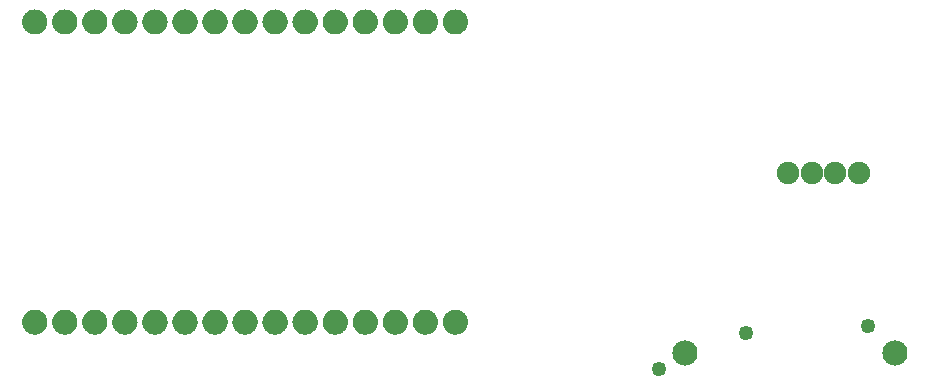
<source format=gts>
G04 MADE WITH FRITZING*
G04 WWW.FRITZING.ORG*
G04 DOUBLE SIDED*
G04 HOLES PLATED*
G04 CONTOUR ON CENTER OF CONTOUR VECTOR*
%ASAXBY*%
%FSLAX23Y23*%
%MOIN*%
%OFA0B0*%
%SFA1.0B1.0*%
%ADD10C,0.084000*%
%ADD11C,0.075000*%
%ADD12C,0.049370*%
%ADD13R,0.001000X0.001000*%
%LNMASK1*%
G90*
G70*
G54D10*
X3222Y136D03*
X2522Y136D03*
X3222Y136D03*
X2522Y136D03*
G54D11*
X3101Y736D03*
X3022Y736D03*
X2944Y736D03*
X2865Y736D03*
X3101Y736D03*
X3022Y736D03*
X2944Y736D03*
X2865Y736D03*
G54D12*
X3132Y224D03*
X2724Y200D03*
X2436Y80D03*
G54D13*
X353Y1280D02*
X356Y1280D01*
X454Y1280D02*
X456Y1280D01*
X554Y1280D02*
X556Y1280D01*
X654Y1280D02*
X656Y1280D01*
X754Y1280D02*
X756Y1280D01*
X854Y1280D02*
X857Y1280D01*
X954Y1280D02*
X957Y1280D01*
X1054Y1280D02*
X1057Y1280D01*
X1155Y1280D02*
X1157Y1280D01*
X1255Y1280D02*
X1257Y1280D01*
X1355Y1280D02*
X1357Y1280D01*
X1455Y1280D02*
X1457Y1280D01*
X1555Y1280D02*
X1557Y1280D01*
X1655Y1280D02*
X1658Y1280D01*
X1755Y1280D02*
X1758Y1280D01*
X346Y1279D02*
X363Y1279D01*
X446Y1279D02*
X464Y1279D01*
X546Y1279D02*
X564Y1279D01*
X646Y1279D02*
X664Y1279D01*
X747Y1279D02*
X764Y1279D01*
X847Y1279D02*
X864Y1279D01*
X947Y1279D02*
X964Y1279D01*
X1047Y1279D02*
X1064Y1279D01*
X1147Y1279D02*
X1164Y1279D01*
X1247Y1279D02*
X1265Y1279D01*
X1347Y1279D02*
X1365Y1279D01*
X1447Y1279D02*
X1465Y1279D01*
X1548Y1279D02*
X1565Y1279D01*
X1648Y1279D02*
X1665Y1279D01*
X1748Y1279D02*
X1765Y1279D01*
X342Y1278D02*
X367Y1278D01*
X442Y1278D02*
X467Y1278D01*
X542Y1278D02*
X567Y1278D01*
X643Y1278D02*
X668Y1278D01*
X743Y1278D02*
X768Y1278D01*
X843Y1278D02*
X868Y1278D01*
X943Y1278D02*
X968Y1278D01*
X1043Y1278D02*
X1068Y1278D01*
X1143Y1278D02*
X1168Y1278D01*
X1243Y1278D02*
X1268Y1278D01*
X1344Y1278D02*
X1368Y1278D01*
X1444Y1278D02*
X1469Y1278D01*
X1544Y1278D02*
X1569Y1278D01*
X1644Y1278D02*
X1669Y1278D01*
X1744Y1278D02*
X1769Y1278D01*
X339Y1277D02*
X370Y1277D01*
X440Y1277D02*
X470Y1277D01*
X540Y1277D02*
X570Y1277D01*
X640Y1277D02*
X670Y1277D01*
X740Y1277D02*
X770Y1277D01*
X840Y1277D02*
X871Y1277D01*
X940Y1277D02*
X971Y1277D01*
X1040Y1277D02*
X1071Y1277D01*
X1140Y1277D02*
X1171Y1277D01*
X1241Y1277D02*
X1271Y1277D01*
X1341Y1277D02*
X1371Y1277D01*
X1441Y1277D02*
X1471Y1277D01*
X1541Y1277D02*
X1572Y1277D01*
X1641Y1277D02*
X1672Y1277D01*
X1741Y1277D02*
X1772Y1277D01*
X337Y1276D02*
X372Y1276D01*
X437Y1276D02*
X472Y1276D01*
X538Y1276D02*
X572Y1276D01*
X638Y1276D02*
X673Y1276D01*
X738Y1276D02*
X773Y1276D01*
X838Y1276D02*
X873Y1276D01*
X938Y1276D02*
X973Y1276D01*
X1038Y1276D02*
X1073Y1276D01*
X1138Y1276D02*
X1173Y1276D01*
X1238Y1276D02*
X1273Y1276D01*
X1339Y1276D02*
X1373Y1276D01*
X1439Y1276D02*
X1474Y1276D01*
X1539Y1276D02*
X1574Y1276D01*
X1639Y1276D02*
X1674Y1276D01*
X1739Y1276D02*
X1774Y1276D01*
X335Y1275D02*
X374Y1275D01*
X435Y1275D02*
X474Y1275D01*
X536Y1275D02*
X574Y1275D01*
X636Y1275D02*
X675Y1275D01*
X736Y1275D02*
X775Y1275D01*
X836Y1275D02*
X875Y1275D01*
X936Y1275D02*
X975Y1275D01*
X1036Y1275D02*
X1075Y1275D01*
X1136Y1275D02*
X1175Y1275D01*
X1236Y1275D02*
X1275Y1275D01*
X1337Y1275D02*
X1375Y1275D01*
X1437Y1275D02*
X1476Y1275D01*
X1537Y1275D02*
X1576Y1275D01*
X1637Y1275D02*
X1676Y1275D01*
X1737Y1275D02*
X1776Y1275D01*
X334Y1274D02*
X376Y1274D01*
X434Y1274D02*
X476Y1274D01*
X534Y1274D02*
X576Y1274D01*
X634Y1274D02*
X676Y1274D01*
X734Y1274D02*
X776Y1274D01*
X834Y1274D02*
X876Y1274D01*
X934Y1274D02*
X977Y1274D01*
X1034Y1274D02*
X1077Y1274D01*
X1135Y1274D02*
X1177Y1274D01*
X1235Y1274D02*
X1277Y1274D01*
X1335Y1274D02*
X1377Y1274D01*
X1435Y1274D02*
X1477Y1274D01*
X1535Y1274D02*
X1577Y1274D01*
X1635Y1274D02*
X1678Y1274D01*
X1735Y1274D02*
X1778Y1274D01*
X332Y1273D02*
X377Y1273D01*
X432Y1273D02*
X478Y1273D01*
X532Y1273D02*
X578Y1273D01*
X632Y1273D02*
X678Y1273D01*
X732Y1273D02*
X778Y1273D01*
X833Y1273D02*
X878Y1273D01*
X933Y1273D02*
X978Y1273D01*
X1033Y1273D02*
X1078Y1273D01*
X1133Y1273D02*
X1178Y1273D01*
X1233Y1273D02*
X1279Y1273D01*
X1333Y1273D02*
X1379Y1273D01*
X1433Y1273D02*
X1479Y1273D01*
X1534Y1273D02*
X1579Y1273D01*
X1634Y1273D02*
X1679Y1273D01*
X1734Y1273D02*
X1779Y1273D01*
X331Y1272D02*
X379Y1272D01*
X431Y1272D02*
X479Y1272D01*
X531Y1272D02*
X579Y1272D01*
X631Y1272D02*
X679Y1272D01*
X731Y1272D02*
X779Y1272D01*
X831Y1272D02*
X880Y1272D01*
X931Y1272D02*
X980Y1272D01*
X1031Y1272D02*
X1080Y1272D01*
X1132Y1272D02*
X1180Y1272D01*
X1232Y1272D02*
X1280Y1272D01*
X1332Y1272D02*
X1380Y1272D01*
X1432Y1272D02*
X1480Y1272D01*
X1532Y1272D02*
X1580Y1272D01*
X1632Y1272D02*
X1681Y1272D01*
X1732Y1272D02*
X1781Y1272D01*
X329Y1271D02*
X380Y1271D01*
X429Y1271D02*
X480Y1271D01*
X529Y1271D02*
X580Y1271D01*
X630Y1271D02*
X681Y1271D01*
X730Y1271D02*
X781Y1271D01*
X830Y1271D02*
X881Y1271D01*
X930Y1271D02*
X981Y1271D01*
X1030Y1271D02*
X1081Y1271D01*
X1130Y1271D02*
X1181Y1271D01*
X1230Y1271D02*
X1281Y1271D01*
X1331Y1271D02*
X1382Y1271D01*
X1431Y1271D02*
X1482Y1271D01*
X1531Y1271D02*
X1582Y1271D01*
X1631Y1271D02*
X1682Y1271D01*
X1731Y1271D02*
X1782Y1271D01*
X328Y1270D02*
X381Y1270D01*
X428Y1270D02*
X482Y1270D01*
X528Y1270D02*
X582Y1270D01*
X628Y1270D02*
X682Y1270D01*
X728Y1270D02*
X782Y1270D01*
X829Y1270D02*
X882Y1270D01*
X929Y1270D02*
X982Y1270D01*
X1029Y1270D02*
X1082Y1270D01*
X1129Y1270D02*
X1182Y1270D01*
X1229Y1270D02*
X1283Y1270D01*
X1329Y1270D02*
X1383Y1270D01*
X1429Y1270D02*
X1483Y1270D01*
X1530Y1270D02*
X1583Y1270D01*
X1630Y1270D02*
X1683Y1270D01*
X1730Y1270D02*
X1783Y1270D01*
X327Y1269D02*
X383Y1269D01*
X427Y1269D02*
X483Y1269D01*
X527Y1269D02*
X583Y1269D01*
X627Y1269D02*
X683Y1269D01*
X727Y1269D02*
X783Y1269D01*
X827Y1269D02*
X883Y1269D01*
X928Y1269D02*
X983Y1269D01*
X1028Y1269D02*
X1083Y1269D01*
X1128Y1269D02*
X1184Y1269D01*
X1228Y1269D02*
X1284Y1269D01*
X1328Y1269D02*
X1384Y1269D01*
X1428Y1269D02*
X1484Y1269D01*
X1528Y1269D02*
X1584Y1269D01*
X1629Y1269D02*
X1684Y1269D01*
X1729Y1269D02*
X1784Y1269D01*
X326Y1268D02*
X384Y1268D01*
X426Y1268D02*
X484Y1268D01*
X526Y1268D02*
X584Y1268D01*
X626Y1268D02*
X684Y1268D01*
X726Y1268D02*
X784Y1268D01*
X826Y1268D02*
X884Y1268D01*
X927Y1268D02*
X984Y1268D01*
X1027Y1268D02*
X1085Y1268D01*
X1127Y1268D02*
X1185Y1268D01*
X1227Y1268D02*
X1285Y1268D01*
X1327Y1268D02*
X1385Y1268D01*
X1427Y1268D02*
X1485Y1268D01*
X1527Y1268D02*
X1585Y1268D01*
X1627Y1268D02*
X1685Y1268D01*
X1728Y1268D02*
X1786Y1268D01*
X325Y1267D02*
X385Y1267D01*
X425Y1267D02*
X485Y1267D01*
X525Y1267D02*
X585Y1267D01*
X625Y1267D02*
X685Y1267D01*
X725Y1267D02*
X785Y1267D01*
X825Y1267D02*
X885Y1267D01*
X926Y1267D02*
X985Y1267D01*
X1026Y1267D02*
X1086Y1267D01*
X1126Y1267D02*
X1186Y1267D01*
X1226Y1267D02*
X1286Y1267D01*
X1326Y1267D02*
X1386Y1267D01*
X1426Y1267D02*
X1486Y1267D01*
X1526Y1267D02*
X1586Y1267D01*
X1626Y1267D02*
X1686Y1267D01*
X1727Y1267D02*
X1786Y1267D01*
X324Y1266D02*
X386Y1266D01*
X424Y1266D02*
X486Y1266D01*
X524Y1266D02*
X586Y1266D01*
X624Y1266D02*
X686Y1266D01*
X724Y1266D02*
X786Y1266D01*
X825Y1266D02*
X886Y1266D01*
X925Y1266D02*
X986Y1266D01*
X1025Y1266D02*
X1086Y1266D01*
X1125Y1266D02*
X1187Y1266D01*
X1225Y1266D02*
X1287Y1266D01*
X1325Y1266D02*
X1387Y1266D01*
X1425Y1266D02*
X1487Y1266D01*
X1525Y1266D02*
X1587Y1266D01*
X1626Y1266D02*
X1687Y1266D01*
X1726Y1266D02*
X1787Y1266D01*
X323Y1265D02*
X386Y1265D01*
X423Y1265D02*
X487Y1265D01*
X523Y1265D02*
X587Y1265D01*
X623Y1265D02*
X687Y1265D01*
X724Y1265D02*
X787Y1265D01*
X824Y1265D02*
X887Y1265D01*
X924Y1265D02*
X987Y1265D01*
X1024Y1265D02*
X1087Y1265D01*
X1124Y1265D02*
X1187Y1265D01*
X1224Y1265D02*
X1288Y1265D01*
X1324Y1265D02*
X1388Y1265D01*
X1424Y1265D02*
X1488Y1265D01*
X1525Y1265D02*
X1588Y1265D01*
X1625Y1265D02*
X1688Y1265D01*
X1725Y1265D02*
X1788Y1265D01*
X322Y1264D02*
X387Y1264D01*
X422Y1264D02*
X487Y1264D01*
X522Y1264D02*
X587Y1264D01*
X623Y1264D02*
X688Y1264D01*
X723Y1264D02*
X788Y1264D01*
X823Y1264D02*
X888Y1264D01*
X923Y1264D02*
X988Y1264D01*
X1023Y1264D02*
X1088Y1264D01*
X1123Y1264D02*
X1188Y1264D01*
X1223Y1264D02*
X1288Y1264D01*
X1324Y1264D02*
X1388Y1264D01*
X1424Y1264D02*
X1489Y1264D01*
X1524Y1264D02*
X1589Y1264D01*
X1624Y1264D02*
X1689Y1264D01*
X1724Y1264D02*
X1789Y1264D01*
X321Y1263D02*
X388Y1263D01*
X422Y1263D02*
X488Y1263D01*
X522Y1263D02*
X588Y1263D01*
X622Y1263D02*
X688Y1263D01*
X722Y1263D02*
X788Y1263D01*
X822Y1263D02*
X889Y1263D01*
X922Y1263D02*
X989Y1263D01*
X1022Y1263D02*
X1089Y1263D01*
X1123Y1263D02*
X1189Y1263D01*
X1223Y1263D02*
X1289Y1263D01*
X1323Y1263D02*
X1389Y1263D01*
X1423Y1263D02*
X1489Y1263D01*
X1523Y1263D02*
X1589Y1263D01*
X1623Y1263D02*
X1690Y1263D01*
X1723Y1263D02*
X1790Y1263D01*
X321Y1262D02*
X389Y1262D01*
X421Y1262D02*
X489Y1262D01*
X521Y1262D02*
X589Y1262D01*
X621Y1262D02*
X689Y1262D01*
X721Y1262D02*
X789Y1262D01*
X821Y1262D02*
X889Y1262D01*
X922Y1262D02*
X989Y1262D01*
X1022Y1262D02*
X1090Y1262D01*
X1122Y1262D02*
X1190Y1262D01*
X1222Y1262D02*
X1290Y1262D01*
X1322Y1262D02*
X1390Y1262D01*
X1422Y1262D02*
X1490Y1262D01*
X1522Y1262D02*
X1590Y1262D01*
X1622Y1262D02*
X1690Y1262D01*
X1723Y1262D02*
X1790Y1262D01*
X320Y1261D02*
X389Y1261D01*
X420Y1261D02*
X489Y1261D01*
X520Y1261D02*
X590Y1261D01*
X620Y1261D02*
X690Y1261D01*
X721Y1261D02*
X790Y1261D01*
X821Y1261D02*
X890Y1261D01*
X921Y1261D02*
X990Y1261D01*
X1021Y1261D02*
X1090Y1261D01*
X1121Y1261D02*
X1190Y1261D01*
X1221Y1261D02*
X1291Y1261D01*
X1321Y1261D02*
X1391Y1261D01*
X1422Y1261D02*
X1491Y1261D01*
X1522Y1261D02*
X1591Y1261D01*
X1622Y1261D02*
X1691Y1261D01*
X1722Y1261D02*
X1791Y1261D01*
X319Y1260D02*
X390Y1260D01*
X420Y1260D02*
X490Y1260D01*
X520Y1260D02*
X590Y1260D01*
X620Y1260D02*
X690Y1260D01*
X720Y1260D02*
X790Y1260D01*
X820Y1260D02*
X891Y1260D01*
X920Y1260D02*
X991Y1260D01*
X1020Y1260D02*
X1091Y1260D01*
X1120Y1260D02*
X1191Y1260D01*
X1221Y1260D02*
X1291Y1260D01*
X1321Y1260D02*
X1391Y1260D01*
X1421Y1260D02*
X1491Y1260D01*
X1521Y1260D02*
X1592Y1260D01*
X1621Y1260D02*
X1692Y1260D01*
X1721Y1260D02*
X1792Y1260D01*
X319Y1259D02*
X391Y1259D01*
X419Y1259D02*
X491Y1259D01*
X519Y1259D02*
X591Y1259D01*
X619Y1259D02*
X691Y1259D01*
X719Y1259D02*
X791Y1259D01*
X819Y1259D02*
X891Y1259D01*
X920Y1259D02*
X991Y1259D01*
X1020Y1259D02*
X1091Y1259D01*
X1120Y1259D02*
X1192Y1259D01*
X1220Y1259D02*
X1292Y1259D01*
X1320Y1259D02*
X1392Y1259D01*
X1420Y1259D02*
X1492Y1259D01*
X1520Y1259D02*
X1592Y1259D01*
X1621Y1259D02*
X1692Y1259D01*
X1721Y1259D02*
X1792Y1259D01*
X318Y1258D02*
X391Y1258D01*
X418Y1258D02*
X491Y1258D01*
X519Y1258D02*
X591Y1258D01*
X619Y1258D02*
X692Y1258D01*
X719Y1258D02*
X792Y1258D01*
X819Y1258D02*
X892Y1258D01*
X919Y1258D02*
X992Y1258D01*
X1019Y1258D02*
X1092Y1258D01*
X1119Y1258D02*
X1192Y1258D01*
X1219Y1258D02*
X1292Y1258D01*
X1320Y1258D02*
X1392Y1258D01*
X1420Y1258D02*
X1493Y1258D01*
X1520Y1258D02*
X1593Y1258D01*
X1620Y1258D02*
X1693Y1258D01*
X1720Y1258D02*
X1793Y1258D01*
X318Y1257D02*
X392Y1257D01*
X418Y1257D02*
X492Y1257D01*
X518Y1257D02*
X592Y1257D01*
X618Y1257D02*
X692Y1257D01*
X718Y1257D02*
X792Y1257D01*
X818Y1257D02*
X892Y1257D01*
X919Y1257D02*
X992Y1257D01*
X1019Y1257D02*
X1093Y1257D01*
X1119Y1257D02*
X1193Y1257D01*
X1219Y1257D02*
X1293Y1257D01*
X1319Y1257D02*
X1393Y1257D01*
X1419Y1257D02*
X1493Y1257D01*
X1519Y1257D02*
X1593Y1257D01*
X1619Y1257D02*
X1693Y1257D01*
X1720Y1257D02*
X1794Y1257D01*
X317Y1256D02*
X392Y1256D01*
X417Y1256D02*
X492Y1256D01*
X518Y1256D02*
X592Y1256D01*
X618Y1256D02*
X693Y1256D01*
X718Y1256D02*
X793Y1256D01*
X818Y1256D02*
X893Y1256D01*
X918Y1256D02*
X993Y1256D01*
X1018Y1256D02*
X1093Y1256D01*
X1118Y1256D02*
X1193Y1256D01*
X1218Y1256D02*
X1293Y1256D01*
X1319Y1256D02*
X1393Y1256D01*
X1419Y1256D02*
X1494Y1256D01*
X1519Y1256D02*
X1594Y1256D01*
X1619Y1256D02*
X1694Y1256D01*
X1719Y1256D02*
X1794Y1256D01*
X317Y1255D02*
X393Y1255D01*
X417Y1255D02*
X493Y1255D01*
X517Y1255D02*
X593Y1255D01*
X617Y1255D02*
X693Y1255D01*
X717Y1255D02*
X793Y1255D01*
X817Y1255D02*
X893Y1255D01*
X918Y1255D02*
X993Y1255D01*
X1018Y1255D02*
X1094Y1255D01*
X1118Y1255D02*
X1194Y1255D01*
X1218Y1255D02*
X1294Y1255D01*
X1318Y1255D02*
X1394Y1255D01*
X1418Y1255D02*
X1494Y1255D01*
X1518Y1255D02*
X1594Y1255D01*
X1618Y1255D02*
X1694Y1255D01*
X1719Y1255D02*
X1794Y1255D01*
X316Y1254D02*
X393Y1254D01*
X416Y1254D02*
X493Y1254D01*
X517Y1254D02*
X593Y1254D01*
X617Y1254D02*
X693Y1254D01*
X717Y1254D02*
X794Y1254D01*
X817Y1254D02*
X894Y1254D01*
X917Y1254D02*
X994Y1254D01*
X1017Y1254D02*
X1094Y1254D01*
X1117Y1254D02*
X1194Y1254D01*
X1217Y1254D02*
X1294Y1254D01*
X1318Y1254D02*
X1394Y1254D01*
X1418Y1254D02*
X1495Y1254D01*
X1518Y1254D02*
X1595Y1254D01*
X1618Y1254D02*
X1695Y1254D01*
X1718Y1254D02*
X1795Y1254D01*
X316Y1253D02*
X393Y1253D01*
X416Y1253D02*
X494Y1253D01*
X516Y1253D02*
X594Y1253D01*
X616Y1253D02*
X694Y1253D01*
X716Y1253D02*
X794Y1253D01*
X817Y1253D02*
X894Y1253D01*
X917Y1253D02*
X994Y1253D01*
X1017Y1253D02*
X1094Y1253D01*
X1117Y1253D02*
X1194Y1253D01*
X1217Y1253D02*
X1295Y1253D01*
X1317Y1253D02*
X1395Y1253D01*
X1417Y1253D02*
X1495Y1253D01*
X1518Y1253D02*
X1595Y1253D01*
X1618Y1253D02*
X1695Y1253D01*
X1718Y1253D02*
X1795Y1253D01*
X316Y1252D02*
X394Y1252D01*
X416Y1252D02*
X494Y1252D01*
X516Y1252D02*
X594Y1252D01*
X616Y1252D02*
X694Y1252D01*
X716Y1252D02*
X794Y1252D01*
X816Y1252D02*
X894Y1252D01*
X916Y1252D02*
X995Y1252D01*
X1017Y1252D02*
X1095Y1252D01*
X1117Y1252D02*
X1195Y1252D01*
X1217Y1252D02*
X1295Y1252D01*
X1317Y1252D02*
X1395Y1252D01*
X1417Y1252D02*
X1495Y1252D01*
X1517Y1252D02*
X1595Y1252D01*
X1617Y1252D02*
X1696Y1252D01*
X1717Y1252D02*
X1796Y1252D01*
X315Y1251D02*
X394Y1251D01*
X415Y1251D02*
X494Y1251D01*
X516Y1251D02*
X594Y1251D01*
X616Y1251D02*
X695Y1251D01*
X716Y1251D02*
X795Y1251D01*
X816Y1251D02*
X895Y1251D01*
X916Y1251D02*
X995Y1251D01*
X1016Y1251D02*
X1095Y1251D01*
X1116Y1251D02*
X1195Y1251D01*
X1216Y1251D02*
X1295Y1251D01*
X1317Y1251D02*
X1395Y1251D01*
X1417Y1251D02*
X1496Y1251D01*
X1517Y1251D02*
X1596Y1251D01*
X1617Y1251D02*
X1696Y1251D01*
X1717Y1251D02*
X1796Y1251D01*
X315Y1250D02*
X394Y1250D01*
X415Y1250D02*
X495Y1250D01*
X515Y1250D02*
X595Y1250D01*
X615Y1250D02*
X695Y1250D01*
X715Y1250D02*
X795Y1250D01*
X816Y1250D02*
X895Y1250D01*
X916Y1250D02*
X995Y1250D01*
X1016Y1250D02*
X1095Y1250D01*
X1116Y1250D02*
X1195Y1250D01*
X1216Y1250D02*
X1296Y1250D01*
X1316Y1250D02*
X1396Y1250D01*
X1416Y1250D02*
X1496Y1250D01*
X1517Y1250D02*
X1596Y1250D01*
X1617Y1250D02*
X1696Y1250D01*
X1717Y1250D02*
X1796Y1250D01*
X315Y1249D02*
X395Y1249D01*
X415Y1249D02*
X495Y1249D01*
X515Y1249D02*
X595Y1249D01*
X615Y1249D02*
X695Y1249D01*
X715Y1249D02*
X795Y1249D01*
X815Y1249D02*
X895Y1249D01*
X915Y1249D02*
X995Y1249D01*
X1016Y1249D02*
X1096Y1249D01*
X1116Y1249D02*
X1196Y1249D01*
X1216Y1249D02*
X1296Y1249D01*
X1316Y1249D02*
X1396Y1249D01*
X1416Y1249D02*
X1496Y1249D01*
X1516Y1249D02*
X1596Y1249D01*
X1616Y1249D02*
X1696Y1249D01*
X1717Y1249D02*
X1797Y1249D01*
X314Y1248D02*
X395Y1248D01*
X415Y1248D02*
X495Y1248D01*
X515Y1248D02*
X595Y1248D01*
X615Y1248D02*
X695Y1248D01*
X715Y1248D02*
X795Y1248D01*
X815Y1248D02*
X896Y1248D01*
X915Y1248D02*
X996Y1248D01*
X1015Y1248D02*
X1096Y1248D01*
X1116Y1248D02*
X1196Y1248D01*
X1216Y1248D02*
X1296Y1248D01*
X1316Y1248D02*
X1396Y1248D01*
X1416Y1248D02*
X1496Y1248D01*
X1516Y1248D02*
X1597Y1248D01*
X1616Y1248D02*
X1697Y1248D01*
X1716Y1248D02*
X1797Y1248D01*
X314Y1247D02*
X395Y1247D01*
X414Y1247D02*
X495Y1247D01*
X514Y1247D02*
X595Y1247D01*
X615Y1247D02*
X696Y1247D01*
X715Y1247D02*
X796Y1247D01*
X815Y1247D02*
X896Y1247D01*
X915Y1247D02*
X996Y1247D01*
X1015Y1247D02*
X1096Y1247D01*
X1115Y1247D02*
X1196Y1247D01*
X1215Y1247D02*
X1296Y1247D01*
X1316Y1247D02*
X1397Y1247D01*
X1416Y1247D02*
X1497Y1247D01*
X1516Y1247D02*
X1597Y1247D01*
X1616Y1247D02*
X1697Y1247D01*
X1716Y1247D02*
X1797Y1247D01*
X314Y1246D02*
X395Y1246D01*
X414Y1246D02*
X496Y1246D01*
X514Y1246D02*
X596Y1246D01*
X614Y1246D02*
X696Y1246D01*
X715Y1246D02*
X796Y1246D01*
X815Y1246D02*
X896Y1246D01*
X915Y1246D02*
X996Y1246D01*
X1015Y1246D02*
X1096Y1246D01*
X1115Y1246D02*
X1196Y1246D01*
X1215Y1246D02*
X1297Y1246D01*
X1315Y1246D02*
X1397Y1246D01*
X1415Y1246D02*
X1497Y1246D01*
X1516Y1246D02*
X1597Y1246D01*
X1616Y1246D02*
X1697Y1246D01*
X1716Y1246D02*
X1797Y1246D01*
X314Y1245D02*
X396Y1245D01*
X414Y1245D02*
X496Y1245D01*
X514Y1245D02*
X596Y1245D01*
X614Y1245D02*
X696Y1245D01*
X714Y1245D02*
X796Y1245D01*
X815Y1245D02*
X896Y1245D01*
X915Y1245D02*
X996Y1245D01*
X1015Y1245D02*
X1096Y1245D01*
X1115Y1245D02*
X1197Y1245D01*
X1215Y1245D02*
X1297Y1245D01*
X1315Y1245D02*
X1397Y1245D01*
X1415Y1245D02*
X1497Y1245D01*
X1515Y1245D02*
X1597Y1245D01*
X1616Y1245D02*
X1697Y1245D01*
X1716Y1245D02*
X1797Y1245D01*
X314Y1244D02*
X396Y1244D01*
X414Y1244D02*
X496Y1244D01*
X514Y1244D02*
X596Y1244D01*
X614Y1244D02*
X696Y1244D01*
X714Y1244D02*
X796Y1244D01*
X814Y1244D02*
X896Y1244D01*
X914Y1244D02*
X997Y1244D01*
X1015Y1244D02*
X1097Y1244D01*
X1115Y1244D02*
X1197Y1244D01*
X1215Y1244D02*
X1297Y1244D01*
X1315Y1244D02*
X1397Y1244D01*
X1415Y1244D02*
X1497Y1244D01*
X1515Y1244D02*
X1597Y1244D01*
X1615Y1244D02*
X1697Y1244D01*
X1715Y1244D02*
X1798Y1244D01*
X314Y1243D02*
X396Y1243D01*
X414Y1243D02*
X496Y1243D01*
X514Y1243D02*
X596Y1243D01*
X614Y1243D02*
X696Y1243D01*
X714Y1243D02*
X796Y1243D01*
X814Y1243D02*
X897Y1243D01*
X914Y1243D02*
X997Y1243D01*
X1014Y1243D02*
X1097Y1243D01*
X1115Y1243D02*
X1197Y1243D01*
X1215Y1243D02*
X1297Y1243D01*
X1315Y1243D02*
X1397Y1243D01*
X1415Y1243D02*
X1497Y1243D01*
X1515Y1243D02*
X1597Y1243D01*
X1615Y1243D02*
X1698Y1243D01*
X1715Y1243D02*
X1798Y1243D01*
X313Y1242D02*
X396Y1242D01*
X414Y1242D02*
X496Y1242D01*
X514Y1242D02*
X596Y1242D01*
X614Y1242D02*
X696Y1242D01*
X714Y1242D02*
X797Y1242D01*
X814Y1242D02*
X897Y1242D01*
X914Y1242D02*
X997Y1242D01*
X1014Y1242D02*
X1097Y1242D01*
X1114Y1242D02*
X1197Y1242D01*
X1215Y1242D02*
X1297Y1242D01*
X1315Y1242D02*
X1397Y1242D01*
X1415Y1242D02*
X1497Y1242D01*
X1515Y1242D02*
X1598Y1242D01*
X1615Y1242D02*
X1698Y1242D01*
X1715Y1242D02*
X1798Y1242D01*
X313Y1241D02*
X396Y1241D01*
X413Y1241D02*
X496Y1241D01*
X514Y1241D02*
X596Y1241D01*
X614Y1241D02*
X696Y1241D01*
X714Y1241D02*
X797Y1241D01*
X814Y1241D02*
X897Y1241D01*
X914Y1241D02*
X997Y1241D01*
X1014Y1241D02*
X1097Y1241D01*
X1114Y1241D02*
X1197Y1241D01*
X1215Y1241D02*
X1297Y1241D01*
X1315Y1241D02*
X1397Y1241D01*
X1415Y1241D02*
X1498Y1241D01*
X1515Y1241D02*
X1598Y1241D01*
X1615Y1241D02*
X1698Y1241D01*
X1715Y1241D02*
X1798Y1241D01*
X313Y1240D02*
X396Y1240D01*
X413Y1240D02*
X496Y1240D01*
X514Y1240D02*
X596Y1240D01*
X614Y1240D02*
X697Y1240D01*
X714Y1240D02*
X797Y1240D01*
X814Y1240D02*
X897Y1240D01*
X914Y1240D02*
X997Y1240D01*
X1014Y1240D02*
X1097Y1240D01*
X1114Y1240D02*
X1197Y1240D01*
X1214Y1240D02*
X1297Y1240D01*
X1315Y1240D02*
X1397Y1240D01*
X1415Y1240D02*
X1498Y1240D01*
X1515Y1240D02*
X1598Y1240D01*
X1615Y1240D02*
X1698Y1240D01*
X1715Y1240D02*
X1798Y1240D01*
X313Y1239D02*
X396Y1239D01*
X413Y1239D02*
X496Y1239D01*
X513Y1239D02*
X596Y1239D01*
X614Y1239D02*
X697Y1239D01*
X714Y1239D02*
X797Y1239D01*
X814Y1239D02*
X897Y1239D01*
X914Y1239D02*
X997Y1239D01*
X1014Y1239D02*
X1097Y1239D01*
X1114Y1239D02*
X1197Y1239D01*
X1214Y1239D02*
X1297Y1239D01*
X1315Y1239D02*
X1398Y1239D01*
X1415Y1239D02*
X1498Y1239D01*
X1515Y1239D02*
X1598Y1239D01*
X1615Y1239D02*
X1698Y1239D01*
X1715Y1239D02*
X1798Y1239D01*
X313Y1238D02*
X396Y1238D01*
X413Y1238D02*
X496Y1238D01*
X513Y1238D02*
X597Y1238D01*
X614Y1238D02*
X697Y1238D01*
X714Y1238D02*
X797Y1238D01*
X814Y1238D02*
X897Y1238D01*
X914Y1238D02*
X997Y1238D01*
X1014Y1238D02*
X1097Y1238D01*
X1114Y1238D02*
X1197Y1238D01*
X1214Y1238D02*
X1297Y1238D01*
X1314Y1238D02*
X1398Y1238D01*
X1415Y1238D02*
X1498Y1238D01*
X1515Y1238D02*
X1598Y1238D01*
X1615Y1238D02*
X1698Y1238D01*
X1715Y1238D02*
X1798Y1238D01*
X313Y1237D02*
X396Y1237D01*
X413Y1237D02*
X496Y1237D01*
X513Y1237D02*
X596Y1237D01*
X614Y1237D02*
X697Y1237D01*
X714Y1237D02*
X797Y1237D01*
X814Y1237D02*
X897Y1237D01*
X914Y1237D02*
X997Y1237D01*
X1014Y1237D02*
X1097Y1237D01*
X1114Y1237D02*
X1197Y1237D01*
X1214Y1237D02*
X1297Y1237D01*
X1315Y1237D02*
X1397Y1237D01*
X1415Y1237D02*
X1498Y1237D01*
X1515Y1237D02*
X1598Y1237D01*
X1615Y1237D02*
X1698Y1237D01*
X1715Y1237D02*
X1798Y1237D01*
X313Y1236D02*
X396Y1236D01*
X413Y1236D02*
X496Y1236D01*
X514Y1236D02*
X596Y1236D01*
X614Y1236D02*
X697Y1236D01*
X714Y1236D02*
X797Y1236D01*
X814Y1236D02*
X897Y1236D01*
X914Y1236D02*
X997Y1236D01*
X1014Y1236D02*
X1097Y1236D01*
X1114Y1236D02*
X1197Y1236D01*
X1214Y1236D02*
X1297Y1236D01*
X1315Y1236D02*
X1397Y1236D01*
X1415Y1236D02*
X1498Y1236D01*
X1515Y1236D02*
X1598Y1236D01*
X1615Y1236D02*
X1698Y1236D01*
X1715Y1236D02*
X1798Y1236D01*
X313Y1235D02*
X396Y1235D01*
X413Y1235D02*
X496Y1235D01*
X514Y1235D02*
X596Y1235D01*
X614Y1235D02*
X696Y1235D01*
X714Y1235D02*
X797Y1235D01*
X814Y1235D02*
X897Y1235D01*
X914Y1235D02*
X997Y1235D01*
X1014Y1235D02*
X1097Y1235D01*
X1114Y1235D02*
X1197Y1235D01*
X1215Y1235D02*
X1297Y1235D01*
X1315Y1235D02*
X1397Y1235D01*
X1415Y1235D02*
X1498Y1235D01*
X1515Y1235D02*
X1598Y1235D01*
X1615Y1235D02*
X1698Y1235D01*
X1715Y1235D02*
X1798Y1235D01*
X313Y1234D02*
X396Y1234D01*
X414Y1234D02*
X496Y1234D01*
X514Y1234D02*
X596Y1234D01*
X614Y1234D02*
X696Y1234D01*
X714Y1234D02*
X797Y1234D01*
X814Y1234D02*
X897Y1234D01*
X914Y1234D02*
X997Y1234D01*
X1014Y1234D02*
X1097Y1234D01*
X1114Y1234D02*
X1197Y1234D01*
X1215Y1234D02*
X1297Y1234D01*
X1315Y1234D02*
X1397Y1234D01*
X1415Y1234D02*
X1497Y1234D01*
X1515Y1234D02*
X1598Y1234D01*
X1615Y1234D02*
X1698Y1234D01*
X1715Y1234D02*
X1798Y1234D01*
X314Y1233D02*
X396Y1233D01*
X414Y1233D02*
X496Y1233D01*
X514Y1233D02*
X596Y1233D01*
X614Y1233D02*
X696Y1233D01*
X714Y1233D02*
X796Y1233D01*
X814Y1233D02*
X897Y1233D01*
X914Y1233D02*
X997Y1233D01*
X1014Y1233D02*
X1097Y1233D01*
X1115Y1233D02*
X1197Y1233D01*
X1215Y1233D02*
X1297Y1233D01*
X1315Y1233D02*
X1397Y1233D01*
X1415Y1233D02*
X1497Y1233D01*
X1515Y1233D02*
X1597Y1233D01*
X1615Y1233D02*
X1698Y1233D01*
X1715Y1233D02*
X1798Y1233D01*
X314Y1232D02*
X396Y1232D01*
X414Y1232D02*
X496Y1232D01*
X514Y1232D02*
X596Y1232D01*
X614Y1232D02*
X696Y1232D01*
X714Y1232D02*
X796Y1232D01*
X814Y1232D02*
X896Y1232D01*
X914Y1232D02*
X996Y1232D01*
X1015Y1232D02*
X1097Y1232D01*
X1115Y1232D02*
X1197Y1232D01*
X1215Y1232D02*
X1297Y1232D01*
X1315Y1232D02*
X1397Y1232D01*
X1415Y1232D02*
X1497Y1232D01*
X1515Y1232D02*
X1597Y1232D01*
X1615Y1232D02*
X1697Y1232D01*
X1716Y1232D02*
X1798Y1232D01*
X314Y1231D02*
X396Y1231D01*
X414Y1231D02*
X496Y1231D01*
X514Y1231D02*
X596Y1231D01*
X614Y1231D02*
X696Y1231D01*
X714Y1231D02*
X796Y1231D01*
X815Y1231D02*
X896Y1231D01*
X915Y1231D02*
X996Y1231D01*
X1015Y1231D02*
X1096Y1231D01*
X1115Y1231D02*
X1197Y1231D01*
X1215Y1231D02*
X1297Y1231D01*
X1315Y1231D02*
X1397Y1231D01*
X1415Y1231D02*
X1497Y1231D01*
X1515Y1231D02*
X1597Y1231D01*
X1616Y1231D02*
X1697Y1231D01*
X1716Y1231D02*
X1797Y1231D01*
X314Y1230D02*
X395Y1230D01*
X414Y1230D02*
X496Y1230D01*
X514Y1230D02*
X596Y1230D01*
X614Y1230D02*
X696Y1230D01*
X715Y1230D02*
X796Y1230D01*
X815Y1230D02*
X896Y1230D01*
X915Y1230D02*
X996Y1230D01*
X1015Y1230D02*
X1096Y1230D01*
X1115Y1230D02*
X1196Y1230D01*
X1215Y1230D02*
X1297Y1230D01*
X1315Y1230D02*
X1397Y1230D01*
X1415Y1230D02*
X1497Y1230D01*
X1516Y1230D02*
X1597Y1230D01*
X1616Y1230D02*
X1697Y1230D01*
X1716Y1230D02*
X1797Y1230D01*
X314Y1229D02*
X395Y1229D01*
X414Y1229D02*
X495Y1229D01*
X515Y1229D02*
X595Y1229D01*
X615Y1229D02*
X696Y1229D01*
X715Y1229D02*
X796Y1229D01*
X815Y1229D02*
X896Y1229D01*
X915Y1229D02*
X996Y1229D01*
X1015Y1229D02*
X1096Y1229D01*
X1115Y1229D02*
X1196Y1229D01*
X1215Y1229D02*
X1296Y1229D01*
X1316Y1229D02*
X1396Y1229D01*
X1416Y1229D02*
X1497Y1229D01*
X1516Y1229D02*
X1597Y1229D01*
X1616Y1229D02*
X1697Y1229D01*
X1716Y1229D02*
X1797Y1229D01*
X314Y1228D02*
X395Y1228D01*
X415Y1228D02*
X495Y1228D01*
X515Y1228D02*
X595Y1228D01*
X615Y1228D02*
X695Y1228D01*
X715Y1228D02*
X795Y1228D01*
X815Y1228D02*
X896Y1228D01*
X915Y1228D02*
X996Y1228D01*
X1015Y1228D02*
X1096Y1228D01*
X1116Y1228D02*
X1196Y1228D01*
X1216Y1228D02*
X1296Y1228D01*
X1316Y1228D02*
X1396Y1228D01*
X1416Y1228D02*
X1496Y1228D01*
X1516Y1228D02*
X1596Y1228D01*
X1616Y1228D02*
X1697Y1228D01*
X1716Y1228D02*
X1797Y1228D01*
X315Y1227D02*
X395Y1227D01*
X415Y1227D02*
X495Y1227D01*
X515Y1227D02*
X595Y1227D01*
X615Y1227D02*
X695Y1227D01*
X715Y1227D02*
X795Y1227D01*
X815Y1227D02*
X895Y1227D01*
X916Y1227D02*
X995Y1227D01*
X1016Y1227D02*
X1096Y1227D01*
X1116Y1227D02*
X1196Y1227D01*
X1216Y1227D02*
X1296Y1227D01*
X1316Y1227D02*
X1396Y1227D01*
X1416Y1227D02*
X1496Y1227D01*
X1516Y1227D02*
X1596Y1227D01*
X1616Y1227D02*
X1696Y1227D01*
X1717Y1227D02*
X1796Y1227D01*
X315Y1226D02*
X394Y1226D01*
X415Y1226D02*
X495Y1226D01*
X515Y1226D02*
X595Y1226D01*
X615Y1226D02*
X695Y1226D01*
X716Y1226D02*
X795Y1226D01*
X816Y1226D02*
X895Y1226D01*
X916Y1226D02*
X995Y1226D01*
X1016Y1226D02*
X1095Y1226D01*
X1116Y1226D02*
X1195Y1226D01*
X1216Y1226D02*
X1296Y1226D01*
X1316Y1226D02*
X1396Y1226D01*
X1416Y1226D02*
X1496Y1226D01*
X1517Y1226D02*
X1596Y1226D01*
X1617Y1226D02*
X1696Y1226D01*
X1717Y1226D02*
X1796Y1226D01*
X315Y1225D02*
X394Y1225D01*
X415Y1225D02*
X494Y1225D01*
X516Y1225D02*
X594Y1225D01*
X616Y1225D02*
X695Y1225D01*
X716Y1225D02*
X795Y1225D01*
X816Y1225D02*
X895Y1225D01*
X916Y1225D02*
X995Y1225D01*
X1016Y1225D02*
X1095Y1225D01*
X1116Y1225D02*
X1195Y1225D01*
X1216Y1225D02*
X1295Y1225D01*
X1317Y1225D02*
X1395Y1225D01*
X1417Y1225D02*
X1496Y1225D01*
X1517Y1225D02*
X1596Y1225D01*
X1617Y1225D02*
X1696Y1225D01*
X1717Y1225D02*
X1796Y1225D01*
X316Y1224D02*
X394Y1224D01*
X416Y1224D02*
X494Y1224D01*
X516Y1224D02*
X594Y1224D01*
X616Y1224D02*
X694Y1224D01*
X716Y1224D02*
X794Y1224D01*
X816Y1224D02*
X894Y1224D01*
X916Y1224D02*
X995Y1224D01*
X1017Y1224D02*
X1095Y1224D01*
X1117Y1224D02*
X1195Y1224D01*
X1217Y1224D02*
X1295Y1224D01*
X1317Y1224D02*
X1395Y1224D01*
X1417Y1224D02*
X1495Y1224D01*
X1517Y1224D02*
X1595Y1224D01*
X1617Y1224D02*
X1695Y1224D01*
X1717Y1224D02*
X1796Y1224D01*
X316Y1223D02*
X393Y1223D01*
X416Y1223D02*
X494Y1223D01*
X516Y1223D02*
X594Y1223D01*
X616Y1223D02*
X694Y1223D01*
X717Y1223D02*
X794Y1223D01*
X817Y1223D02*
X894Y1223D01*
X917Y1223D02*
X994Y1223D01*
X1017Y1223D02*
X1094Y1223D01*
X1117Y1223D02*
X1194Y1223D01*
X1217Y1223D02*
X1295Y1223D01*
X1317Y1223D02*
X1395Y1223D01*
X1417Y1223D02*
X1495Y1223D01*
X1518Y1223D02*
X1595Y1223D01*
X1618Y1223D02*
X1695Y1223D01*
X1718Y1223D02*
X1795Y1223D01*
X316Y1222D02*
X393Y1222D01*
X417Y1222D02*
X493Y1222D01*
X517Y1222D02*
X593Y1222D01*
X617Y1222D02*
X693Y1222D01*
X717Y1222D02*
X794Y1222D01*
X817Y1222D02*
X894Y1222D01*
X917Y1222D02*
X994Y1222D01*
X1017Y1222D02*
X1094Y1222D01*
X1117Y1222D02*
X1194Y1222D01*
X1218Y1222D02*
X1294Y1222D01*
X1318Y1222D02*
X1394Y1222D01*
X1418Y1222D02*
X1494Y1222D01*
X1518Y1222D02*
X1595Y1222D01*
X1618Y1222D02*
X1695Y1222D01*
X1718Y1222D02*
X1795Y1222D01*
X317Y1221D02*
X393Y1221D01*
X417Y1221D02*
X493Y1221D01*
X517Y1221D02*
X593Y1221D01*
X617Y1221D02*
X693Y1221D01*
X717Y1221D02*
X793Y1221D01*
X817Y1221D02*
X893Y1221D01*
X918Y1221D02*
X993Y1221D01*
X1018Y1221D02*
X1094Y1221D01*
X1118Y1221D02*
X1194Y1221D01*
X1218Y1221D02*
X1294Y1221D01*
X1318Y1221D02*
X1394Y1221D01*
X1418Y1221D02*
X1494Y1221D01*
X1518Y1221D02*
X1594Y1221D01*
X1619Y1221D02*
X1694Y1221D01*
X1719Y1221D02*
X1794Y1221D01*
X317Y1220D02*
X392Y1220D01*
X417Y1220D02*
X492Y1220D01*
X518Y1220D02*
X592Y1220D01*
X618Y1220D02*
X692Y1220D01*
X718Y1220D02*
X793Y1220D01*
X818Y1220D02*
X893Y1220D01*
X918Y1220D02*
X993Y1220D01*
X1018Y1220D02*
X1093Y1220D01*
X1118Y1220D02*
X1193Y1220D01*
X1218Y1220D02*
X1293Y1220D01*
X1319Y1220D02*
X1393Y1220D01*
X1419Y1220D02*
X1494Y1220D01*
X1519Y1220D02*
X1594Y1220D01*
X1619Y1220D02*
X1694Y1220D01*
X1719Y1220D02*
X1794Y1220D01*
X318Y1219D02*
X392Y1219D01*
X418Y1219D02*
X492Y1219D01*
X518Y1219D02*
X592Y1219D01*
X618Y1219D02*
X692Y1219D01*
X718Y1219D02*
X792Y1219D01*
X818Y1219D02*
X892Y1219D01*
X919Y1219D02*
X992Y1219D01*
X1019Y1219D02*
X1093Y1219D01*
X1119Y1219D02*
X1193Y1219D01*
X1219Y1219D02*
X1293Y1219D01*
X1319Y1219D02*
X1393Y1219D01*
X1419Y1219D02*
X1493Y1219D01*
X1519Y1219D02*
X1593Y1219D01*
X1619Y1219D02*
X1693Y1219D01*
X1720Y1219D02*
X1793Y1219D01*
X318Y1218D02*
X391Y1218D01*
X418Y1218D02*
X491Y1218D01*
X519Y1218D02*
X591Y1218D01*
X619Y1218D02*
X691Y1218D01*
X719Y1218D02*
X792Y1218D01*
X819Y1218D02*
X892Y1218D01*
X919Y1218D02*
X992Y1218D01*
X1019Y1218D02*
X1092Y1218D01*
X1119Y1218D02*
X1192Y1218D01*
X1220Y1218D02*
X1292Y1218D01*
X1320Y1218D02*
X1392Y1218D01*
X1420Y1218D02*
X1493Y1218D01*
X1520Y1218D02*
X1593Y1218D01*
X1620Y1218D02*
X1693Y1218D01*
X1720Y1218D02*
X1793Y1218D01*
X319Y1217D02*
X390Y1217D01*
X419Y1217D02*
X491Y1217D01*
X519Y1217D02*
X591Y1217D01*
X619Y1217D02*
X691Y1217D01*
X719Y1217D02*
X791Y1217D01*
X820Y1217D02*
X891Y1217D01*
X920Y1217D02*
X991Y1217D01*
X1020Y1217D02*
X1091Y1217D01*
X1120Y1217D02*
X1192Y1217D01*
X1220Y1217D02*
X1292Y1217D01*
X1320Y1217D02*
X1392Y1217D01*
X1420Y1217D02*
X1492Y1217D01*
X1520Y1217D02*
X1592Y1217D01*
X1621Y1217D02*
X1692Y1217D01*
X1721Y1217D02*
X1792Y1217D01*
X320Y1216D02*
X390Y1216D01*
X420Y1216D02*
X490Y1216D01*
X520Y1216D02*
X590Y1216D01*
X620Y1216D02*
X690Y1216D01*
X720Y1216D02*
X790Y1216D01*
X820Y1216D02*
X891Y1216D01*
X920Y1216D02*
X991Y1216D01*
X1020Y1216D02*
X1091Y1216D01*
X1121Y1216D02*
X1191Y1216D01*
X1221Y1216D02*
X1291Y1216D01*
X1321Y1216D02*
X1391Y1216D01*
X1421Y1216D02*
X1491Y1216D01*
X1521Y1216D02*
X1591Y1216D01*
X1621Y1216D02*
X1692Y1216D01*
X1721Y1216D02*
X1792Y1216D01*
X320Y1215D02*
X389Y1215D01*
X420Y1215D02*
X489Y1215D01*
X520Y1215D02*
X590Y1215D01*
X621Y1215D02*
X690Y1215D01*
X721Y1215D02*
X790Y1215D01*
X821Y1215D02*
X890Y1215D01*
X921Y1215D02*
X990Y1215D01*
X1021Y1215D02*
X1090Y1215D01*
X1121Y1215D02*
X1190Y1215D01*
X1221Y1215D02*
X1290Y1215D01*
X1321Y1215D02*
X1391Y1215D01*
X1422Y1215D02*
X1491Y1215D01*
X1522Y1215D02*
X1591Y1215D01*
X1622Y1215D02*
X1691Y1215D01*
X1722Y1215D02*
X1791Y1215D01*
X321Y1214D02*
X389Y1214D01*
X421Y1214D02*
X489Y1214D01*
X521Y1214D02*
X589Y1214D01*
X621Y1214D02*
X689Y1214D01*
X721Y1214D02*
X789Y1214D01*
X822Y1214D02*
X889Y1214D01*
X922Y1214D02*
X989Y1214D01*
X1022Y1214D02*
X1089Y1214D01*
X1122Y1214D02*
X1190Y1214D01*
X1222Y1214D02*
X1290Y1214D01*
X1322Y1214D02*
X1390Y1214D01*
X1422Y1214D02*
X1490Y1214D01*
X1522Y1214D02*
X1590Y1214D01*
X1623Y1214D02*
X1690Y1214D01*
X1723Y1214D02*
X1790Y1214D01*
X322Y1213D02*
X388Y1213D01*
X422Y1213D02*
X488Y1213D01*
X522Y1213D02*
X588Y1213D01*
X622Y1213D02*
X688Y1213D01*
X722Y1213D02*
X788Y1213D01*
X822Y1213D02*
X888Y1213D01*
X922Y1213D02*
X989Y1213D01*
X1023Y1213D02*
X1089Y1213D01*
X1123Y1213D02*
X1189Y1213D01*
X1223Y1213D02*
X1289Y1213D01*
X1323Y1213D02*
X1389Y1213D01*
X1423Y1213D02*
X1489Y1213D01*
X1523Y1213D02*
X1589Y1213D01*
X1623Y1213D02*
X1690Y1213D01*
X1723Y1213D02*
X1790Y1213D01*
X322Y1212D02*
X387Y1212D01*
X422Y1212D02*
X487Y1212D01*
X523Y1212D02*
X587Y1212D01*
X623Y1212D02*
X687Y1212D01*
X723Y1212D02*
X788Y1212D01*
X823Y1212D02*
X888Y1212D01*
X923Y1212D02*
X988Y1212D01*
X1023Y1212D02*
X1088Y1212D01*
X1123Y1212D02*
X1188Y1212D01*
X1224Y1212D02*
X1288Y1212D01*
X1324Y1212D02*
X1388Y1212D01*
X1424Y1212D02*
X1489Y1212D01*
X1524Y1212D02*
X1589Y1212D01*
X1624Y1212D02*
X1689Y1212D01*
X1724Y1212D02*
X1789Y1212D01*
X323Y1211D02*
X386Y1211D01*
X423Y1211D02*
X486Y1211D01*
X523Y1211D02*
X587Y1211D01*
X624Y1211D02*
X687Y1211D01*
X724Y1211D02*
X787Y1211D01*
X824Y1211D02*
X887Y1211D01*
X924Y1211D02*
X987Y1211D01*
X1024Y1211D02*
X1087Y1211D01*
X1124Y1211D02*
X1187Y1211D01*
X1224Y1211D02*
X1287Y1211D01*
X1324Y1211D02*
X1388Y1211D01*
X1425Y1211D02*
X1488Y1211D01*
X1525Y1211D02*
X1588Y1211D01*
X1625Y1211D02*
X1688Y1211D01*
X1725Y1211D02*
X1788Y1211D01*
X324Y1210D02*
X385Y1210D01*
X424Y1210D02*
X486Y1210D01*
X524Y1210D02*
X586Y1210D01*
X624Y1210D02*
X686Y1210D01*
X725Y1210D02*
X786Y1210D01*
X825Y1210D02*
X886Y1210D01*
X925Y1210D02*
X986Y1210D01*
X1025Y1210D02*
X1086Y1210D01*
X1125Y1210D02*
X1186Y1210D01*
X1225Y1210D02*
X1287Y1210D01*
X1325Y1210D02*
X1387Y1210D01*
X1425Y1210D02*
X1487Y1210D01*
X1526Y1210D02*
X1587Y1210D01*
X1626Y1210D02*
X1687Y1210D01*
X1726Y1210D02*
X1787Y1210D01*
X325Y1209D02*
X385Y1209D01*
X425Y1209D02*
X485Y1209D01*
X525Y1209D02*
X585Y1209D01*
X625Y1209D02*
X685Y1209D01*
X725Y1209D02*
X785Y1209D01*
X826Y1209D02*
X885Y1209D01*
X926Y1209D02*
X985Y1209D01*
X1026Y1209D02*
X1085Y1209D01*
X1126Y1209D02*
X1186Y1209D01*
X1226Y1209D02*
X1286Y1209D01*
X1326Y1209D02*
X1386Y1209D01*
X1426Y1209D02*
X1486Y1209D01*
X1526Y1209D02*
X1586Y1209D01*
X1627Y1209D02*
X1686Y1209D01*
X1727Y1209D02*
X1786Y1209D01*
X326Y1208D02*
X384Y1208D01*
X426Y1208D02*
X484Y1208D01*
X526Y1208D02*
X584Y1208D01*
X626Y1208D02*
X684Y1208D01*
X726Y1208D02*
X784Y1208D01*
X827Y1208D02*
X884Y1208D01*
X927Y1208D02*
X984Y1208D01*
X1027Y1208D02*
X1084Y1208D01*
X1127Y1208D02*
X1185Y1208D01*
X1227Y1208D02*
X1285Y1208D01*
X1327Y1208D02*
X1385Y1208D01*
X1427Y1208D02*
X1485Y1208D01*
X1527Y1208D02*
X1585Y1208D01*
X1628Y1208D02*
X1685Y1208D01*
X1728Y1208D02*
X1785Y1208D01*
X327Y1207D02*
X382Y1207D01*
X427Y1207D02*
X483Y1207D01*
X527Y1207D02*
X583Y1207D01*
X627Y1207D02*
X683Y1207D01*
X728Y1207D02*
X783Y1207D01*
X828Y1207D02*
X883Y1207D01*
X928Y1207D02*
X983Y1207D01*
X1028Y1207D02*
X1083Y1207D01*
X1128Y1207D02*
X1183Y1207D01*
X1228Y1207D02*
X1284Y1207D01*
X1328Y1207D02*
X1384Y1207D01*
X1428Y1207D02*
X1484Y1207D01*
X1529Y1207D02*
X1584Y1207D01*
X1629Y1207D02*
X1684Y1207D01*
X1729Y1207D02*
X1784Y1207D01*
X328Y1206D02*
X381Y1206D01*
X428Y1206D02*
X481Y1206D01*
X528Y1206D02*
X582Y1206D01*
X629Y1206D02*
X682Y1206D01*
X729Y1206D02*
X782Y1206D01*
X829Y1206D02*
X882Y1206D01*
X929Y1206D02*
X982Y1206D01*
X1029Y1206D02*
X1082Y1206D01*
X1129Y1206D02*
X1182Y1206D01*
X1229Y1206D02*
X1282Y1206D01*
X1329Y1206D02*
X1383Y1206D01*
X1430Y1206D02*
X1483Y1206D01*
X1530Y1206D02*
X1583Y1206D01*
X1630Y1206D02*
X1683Y1206D01*
X1730Y1206D02*
X1783Y1206D01*
X329Y1205D02*
X380Y1205D01*
X430Y1205D02*
X480Y1205D01*
X530Y1205D02*
X580Y1205D01*
X630Y1205D02*
X680Y1205D01*
X730Y1205D02*
X781Y1205D01*
X830Y1205D02*
X881Y1205D01*
X930Y1205D02*
X981Y1205D01*
X1030Y1205D02*
X1081Y1205D01*
X1130Y1205D02*
X1181Y1205D01*
X1231Y1205D02*
X1281Y1205D01*
X1331Y1205D02*
X1381Y1205D01*
X1431Y1205D02*
X1481Y1205D01*
X1531Y1205D02*
X1582Y1205D01*
X1631Y1205D02*
X1682Y1205D01*
X1731Y1205D02*
X1782Y1205D01*
X331Y1204D02*
X379Y1204D01*
X431Y1204D02*
X479Y1204D01*
X531Y1204D02*
X579Y1204D01*
X631Y1204D02*
X679Y1204D01*
X731Y1204D02*
X779Y1204D01*
X831Y1204D02*
X879Y1204D01*
X932Y1204D02*
X979Y1204D01*
X1032Y1204D02*
X1080Y1204D01*
X1132Y1204D02*
X1180Y1204D01*
X1232Y1204D02*
X1280Y1204D01*
X1332Y1204D02*
X1380Y1204D01*
X1432Y1204D02*
X1480Y1204D01*
X1532Y1204D02*
X1580Y1204D01*
X1632Y1204D02*
X1680Y1204D01*
X1733Y1204D02*
X1780Y1204D01*
X332Y1203D02*
X377Y1203D01*
X432Y1203D02*
X477Y1203D01*
X532Y1203D02*
X577Y1203D01*
X633Y1203D02*
X678Y1203D01*
X733Y1203D02*
X778Y1203D01*
X833Y1203D02*
X878Y1203D01*
X933Y1203D02*
X978Y1203D01*
X1033Y1203D02*
X1078Y1203D01*
X1133Y1203D02*
X1178Y1203D01*
X1233Y1203D02*
X1278Y1203D01*
X1334Y1203D02*
X1379Y1203D01*
X1434Y1203D02*
X1479Y1203D01*
X1534Y1203D02*
X1579Y1203D01*
X1634Y1203D02*
X1679Y1203D01*
X1734Y1203D02*
X1779Y1203D01*
X334Y1202D02*
X376Y1202D01*
X434Y1202D02*
X476Y1202D01*
X534Y1202D02*
X576Y1202D01*
X634Y1202D02*
X676Y1202D01*
X734Y1202D02*
X776Y1202D01*
X834Y1202D02*
X876Y1202D01*
X935Y1202D02*
X976Y1202D01*
X1035Y1202D02*
X1077Y1202D01*
X1135Y1202D02*
X1177Y1202D01*
X1235Y1202D02*
X1277Y1202D01*
X1335Y1202D02*
X1377Y1202D01*
X1435Y1202D02*
X1477Y1202D01*
X1535Y1202D02*
X1577Y1202D01*
X1636Y1202D02*
X1677Y1202D01*
X1736Y1202D02*
X1777Y1202D01*
X336Y1201D02*
X374Y1201D01*
X436Y1201D02*
X474Y1201D01*
X536Y1201D02*
X574Y1201D01*
X636Y1201D02*
X674Y1201D01*
X736Y1201D02*
X774Y1201D01*
X836Y1201D02*
X875Y1201D01*
X936Y1201D02*
X975Y1201D01*
X1036Y1201D02*
X1075Y1201D01*
X1137Y1201D02*
X1175Y1201D01*
X1237Y1201D02*
X1275Y1201D01*
X1337Y1201D02*
X1375Y1201D01*
X1437Y1201D02*
X1475Y1201D01*
X1537Y1201D02*
X1575Y1201D01*
X1637Y1201D02*
X1676Y1201D01*
X1737Y1201D02*
X1776Y1201D01*
X338Y1200D02*
X372Y1200D01*
X438Y1200D02*
X472Y1200D01*
X538Y1200D02*
X572Y1200D01*
X638Y1200D02*
X672Y1200D01*
X738Y1200D02*
X772Y1200D01*
X838Y1200D02*
X873Y1200D01*
X938Y1200D02*
X973Y1200D01*
X1038Y1200D02*
X1073Y1200D01*
X1139Y1200D02*
X1173Y1200D01*
X1239Y1200D02*
X1273Y1200D01*
X1339Y1200D02*
X1373Y1200D01*
X1439Y1200D02*
X1473Y1200D01*
X1539Y1200D02*
X1573Y1200D01*
X1639Y1200D02*
X1674Y1200D01*
X1739Y1200D02*
X1774Y1200D01*
X340Y1199D02*
X370Y1199D01*
X440Y1199D02*
X470Y1199D01*
X540Y1199D02*
X570Y1199D01*
X640Y1199D02*
X670Y1199D01*
X740Y1199D02*
X770Y1199D01*
X841Y1199D02*
X870Y1199D01*
X941Y1199D02*
X970Y1199D01*
X1041Y1199D02*
X1070Y1199D01*
X1141Y1199D02*
X1171Y1199D01*
X1241Y1199D02*
X1271Y1199D01*
X1341Y1199D02*
X1371Y1199D01*
X1441Y1199D02*
X1471Y1199D01*
X1541Y1199D02*
X1571Y1199D01*
X1642Y1199D02*
X1671Y1199D01*
X1742Y1199D02*
X1771Y1199D01*
X343Y1198D02*
X367Y1198D01*
X443Y1198D02*
X467Y1198D01*
X543Y1198D02*
X567Y1198D01*
X643Y1198D02*
X667Y1198D01*
X743Y1198D02*
X767Y1198D01*
X843Y1198D02*
X867Y1198D01*
X944Y1198D02*
X967Y1198D01*
X1044Y1198D02*
X1068Y1198D01*
X1144Y1198D02*
X1168Y1198D01*
X1244Y1198D02*
X1268Y1198D01*
X1344Y1198D02*
X1368Y1198D01*
X1444Y1198D02*
X1468Y1198D01*
X1544Y1198D02*
X1568Y1198D01*
X1644Y1198D02*
X1668Y1198D01*
X1745Y1198D02*
X1769Y1198D01*
X347Y1197D02*
X363Y1197D01*
X447Y1197D02*
X463Y1197D01*
X547Y1197D02*
X563Y1197D01*
X647Y1197D02*
X663Y1197D01*
X747Y1197D02*
X763Y1197D01*
X847Y1197D02*
X863Y1197D01*
X948Y1197D02*
X963Y1197D01*
X1048Y1197D02*
X1064Y1197D01*
X1148Y1197D02*
X1164Y1197D01*
X1248Y1197D02*
X1264Y1197D01*
X1348Y1197D02*
X1364Y1197D01*
X1448Y1197D02*
X1464Y1197D01*
X1548Y1197D02*
X1564Y1197D01*
X1648Y1197D02*
X1664Y1197D01*
X1749Y1197D02*
X1765Y1197D01*
X350Y279D02*
X359Y279D01*
X451Y279D02*
X459Y279D01*
X551Y279D02*
X559Y279D01*
X651Y279D02*
X659Y279D01*
X751Y279D02*
X759Y279D01*
X851Y279D02*
X860Y279D01*
X951Y279D02*
X960Y279D01*
X1051Y279D02*
X1060Y279D01*
X1151Y279D02*
X1160Y279D01*
X1252Y279D02*
X1260Y279D01*
X1352Y279D02*
X1360Y279D01*
X1452Y279D02*
X1460Y279D01*
X1552Y279D02*
X1561Y279D01*
X1652Y279D02*
X1661Y279D01*
X1752Y279D02*
X1761Y279D01*
X345Y278D02*
X364Y278D01*
X445Y278D02*
X464Y278D01*
X545Y278D02*
X565Y278D01*
X645Y278D02*
X665Y278D01*
X746Y278D02*
X765Y278D01*
X846Y278D02*
X865Y278D01*
X946Y278D02*
X965Y278D01*
X1046Y278D02*
X1065Y278D01*
X1146Y278D02*
X1165Y278D01*
X1246Y278D02*
X1265Y278D01*
X1346Y278D02*
X1366Y278D01*
X1447Y278D02*
X1466Y278D01*
X1547Y278D02*
X1566Y278D01*
X1647Y278D02*
X1666Y278D01*
X1747Y278D02*
X1766Y278D01*
X342Y277D02*
X368Y277D01*
X442Y277D02*
X468Y277D01*
X542Y277D02*
X568Y277D01*
X642Y277D02*
X668Y277D01*
X742Y277D02*
X768Y277D01*
X842Y277D02*
X869Y277D01*
X942Y277D02*
X969Y277D01*
X1042Y277D02*
X1069Y277D01*
X1143Y277D02*
X1169Y277D01*
X1243Y277D02*
X1269Y277D01*
X1343Y277D02*
X1369Y277D01*
X1443Y277D02*
X1469Y277D01*
X1543Y277D02*
X1569Y277D01*
X1643Y277D02*
X1670Y277D01*
X1743Y277D02*
X1770Y277D01*
X339Y276D02*
X371Y276D01*
X439Y276D02*
X471Y276D01*
X539Y276D02*
X571Y276D01*
X639Y276D02*
X671Y276D01*
X739Y276D02*
X771Y276D01*
X839Y276D02*
X871Y276D01*
X940Y276D02*
X971Y276D01*
X1040Y276D02*
X1072Y276D01*
X1140Y276D02*
X1172Y276D01*
X1240Y276D02*
X1272Y276D01*
X1340Y276D02*
X1372Y276D01*
X1440Y276D02*
X1472Y276D01*
X1540Y276D02*
X1572Y276D01*
X1640Y276D02*
X1672Y276D01*
X1741Y276D02*
X1772Y276D01*
X337Y275D02*
X373Y275D01*
X437Y275D02*
X473Y275D01*
X537Y275D02*
X573Y275D01*
X637Y275D02*
X673Y275D01*
X737Y275D02*
X773Y275D01*
X837Y275D02*
X873Y275D01*
X938Y275D02*
X973Y275D01*
X1038Y275D02*
X1074Y275D01*
X1138Y275D02*
X1174Y275D01*
X1238Y275D02*
X1274Y275D01*
X1338Y275D02*
X1374Y275D01*
X1438Y275D02*
X1474Y275D01*
X1538Y275D02*
X1574Y275D01*
X1638Y275D02*
X1674Y275D01*
X1739Y275D02*
X1775Y275D01*
X335Y274D02*
X375Y274D01*
X435Y274D02*
X475Y274D01*
X535Y274D02*
X575Y274D01*
X635Y274D02*
X675Y274D01*
X735Y274D02*
X775Y274D01*
X835Y274D02*
X875Y274D01*
X936Y274D02*
X975Y274D01*
X1036Y274D02*
X1076Y274D01*
X1136Y274D02*
X1176Y274D01*
X1236Y274D02*
X1276Y274D01*
X1336Y274D02*
X1376Y274D01*
X1436Y274D02*
X1476Y274D01*
X1536Y274D02*
X1576Y274D01*
X1637Y274D02*
X1676Y274D01*
X1737Y274D02*
X1776Y274D01*
X333Y273D02*
X376Y273D01*
X433Y273D02*
X476Y273D01*
X533Y273D02*
X576Y273D01*
X634Y273D02*
X677Y273D01*
X734Y273D02*
X777Y273D01*
X834Y273D02*
X877Y273D01*
X934Y273D02*
X977Y273D01*
X1034Y273D02*
X1077Y273D01*
X1134Y273D02*
X1177Y273D01*
X1234Y273D02*
X1277Y273D01*
X1334Y273D02*
X1378Y273D01*
X1435Y273D02*
X1478Y273D01*
X1535Y273D02*
X1578Y273D01*
X1635Y273D02*
X1678Y273D01*
X1735Y273D02*
X1778Y273D01*
X332Y272D02*
X378Y272D01*
X432Y272D02*
X478Y272D01*
X532Y272D02*
X578Y272D01*
X632Y272D02*
X678Y272D01*
X732Y272D02*
X778Y272D01*
X832Y272D02*
X878Y272D01*
X932Y272D02*
X979Y272D01*
X1033Y272D02*
X1079Y272D01*
X1133Y272D02*
X1179Y272D01*
X1233Y272D02*
X1279Y272D01*
X1333Y272D02*
X1379Y272D01*
X1433Y272D02*
X1479Y272D01*
X1533Y272D02*
X1579Y272D01*
X1633Y272D02*
X1679Y272D01*
X1733Y272D02*
X1780Y272D01*
X330Y271D02*
X379Y271D01*
X430Y271D02*
X479Y271D01*
X531Y271D02*
X579Y271D01*
X631Y271D02*
X680Y271D01*
X731Y271D02*
X780Y271D01*
X831Y271D02*
X880Y271D01*
X931Y271D02*
X980Y271D01*
X1031Y271D02*
X1080Y271D01*
X1131Y271D02*
X1180Y271D01*
X1231Y271D02*
X1280Y271D01*
X1332Y271D02*
X1380Y271D01*
X1432Y271D02*
X1481Y271D01*
X1532Y271D02*
X1581Y271D01*
X1632Y271D02*
X1681Y271D01*
X1732Y271D02*
X1781Y271D01*
X329Y270D02*
X381Y270D01*
X429Y270D02*
X481Y270D01*
X529Y270D02*
X581Y270D01*
X629Y270D02*
X681Y270D01*
X729Y270D02*
X781Y270D01*
X830Y270D02*
X881Y270D01*
X930Y270D02*
X981Y270D01*
X1030Y270D02*
X1081Y270D01*
X1130Y270D02*
X1182Y270D01*
X1230Y270D02*
X1282Y270D01*
X1330Y270D02*
X1382Y270D01*
X1430Y270D02*
X1482Y270D01*
X1530Y270D02*
X1582Y270D01*
X1631Y270D02*
X1682Y270D01*
X1731Y270D02*
X1782Y270D01*
X328Y269D02*
X382Y269D01*
X428Y269D02*
X482Y269D01*
X528Y269D02*
X582Y269D01*
X628Y269D02*
X682Y269D01*
X728Y269D02*
X782Y269D01*
X828Y269D02*
X882Y269D01*
X928Y269D02*
X983Y269D01*
X1029Y269D02*
X1083Y269D01*
X1129Y269D02*
X1183Y269D01*
X1229Y269D02*
X1283Y269D01*
X1329Y269D02*
X1383Y269D01*
X1429Y269D02*
X1483Y269D01*
X1529Y269D02*
X1583Y269D01*
X1629Y269D02*
X1683Y269D01*
X1729Y269D02*
X1784Y269D01*
X327Y268D02*
X383Y268D01*
X427Y268D02*
X483Y268D01*
X527Y268D02*
X583Y268D01*
X627Y268D02*
X683Y268D01*
X727Y268D02*
X783Y268D01*
X827Y268D02*
X884Y268D01*
X927Y268D02*
X984Y268D01*
X1027Y268D02*
X1084Y268D01*
X1128Y268D02*
X1184Y268D01*
X1228Y268D02*
X1284Y268D01*
X1328Y268D02*
X1384Y268D01*
X1428Y268D02*
X1484Y268D01*
X1528Y268D02*
X1584Y268D01*
X1628Y268D02*
X1685Y268D01*
X1728Y268D02*
X1785Y268D01*
X325Y267D02*
X384Y267D01*
X426Y267D02*
X484Y267D01*
X526Y267D02*
X584Y267D01*
X626Y267D02*
X684Y267D01*
X726Y267D02*
X784Y267D01*
X826Y267D02*
X885Y267D01*
X926Y267D02*
X985Y267D01*
X1026Y267D02*
X1085Y267D01*
X1127Y267D02*
X1185Y267D01*
X1227Y267D02*
X1285Y267D01*
X1327Y267D02*
X1385Y267D01*
X1427Y267D02*
X1485Y267D01*
X1527Y267D02*
X1586Y267D01*
X1627Y267D02*
X1686Y267D01*
X1727Y267D02*
X1786Y267D01*
X325Y266D02*
X385Y266D01*
X425Y266D02*
X485Y266D01*
X525Y266D02*
X585Y266D01*
X625Y266D02*
X685Y266D01*
X725Y266D02*
X785Y266D01*
X825Y266D02*
X886Y266D01*
X925Y266D02*
X986Y266D01*
X1025Y266D02*
X1086Y266D01*
X1126Y266D02*
X1186Y266D01*
X1226Y266D02*
X1286Y266D01*
X1326Y266D02*
X1386Y266D01*
X1426Y266D02*
X1486Y266D01*
X1526Y266D02*
X1586Y266D01*
X1626Y266D02*
X1687Y266D01*
X1726Y266D02*
X1787Y266D01*
X324Y265D02*
X386Y265D01*
X424Y265D02*
X486Y265D01*
X524Y265D02*
X586Y265D01*
X624Y265D02*
X686Y265D01*
X724Y265D02*
X786Y265D01*
X824Y265D02*
X886Y265D01*
X924Y265D02*
X987Y265D01*
X1025Y265D02*
X1087Y265D01*
X1125Y265D02*
X1187Y265D01*
X1225Y265D02*
X1287Y265D01*
X1325Y265D02*
X1387Y265D01*
X1425Y265D02*
X1487Y265D01*
X1525Y265D02*
X1587Y265D01*
X1625Y265D02*
X1687Y265D01*
X1725Y265D02*
X1788Y265D01*
X323Y264D02*
X387Y264D01*
X423Y264D02*
X487Y264D01*
X523Y264D02*
X587Y264D01*
X623Y264D02*
X687Y264D01*
X723Y264D02*
X787Y264D01*
X823Y264D02*
X887Y264D01*
X924Y264D02*
X987Y264D01*
X1024Y264D02*
X1088Y264D01*
X1124Y264D02*
X1188Y264D01*
X1224Y264D02*
X1288Y264D01*
X1324Y264D02*
X1388Y264D01*
X1424Y264D02*
X1488Y264D01*
X1524Y264D02*
X1588Y264D01*
X1624Y264D02*
X1688Y264D01*
X1725Y264D02*
X1788Y264D01*
X322Y263D02*
X387Y263D01*
X422Y263D02*
X488Y263D01*
X522Y263D02*
X588Y263D01*
X622Y263D02*
X688Y263D01*
X723Y263D02*
X788Y263D01*
X823Y263D02*
X888Y263D01*
X923Y263D02*
X988Y263D01*
X1023Y263D02*
X1088Y263D01*
X1123Y263D02*
X1188Y263D01*
X1223Y263D02*
X1289Y263D01*
X1323Y263D02*
X1389Y263D01*
X1423Y263D02*
X1489Y263D01*
X1524Y263D02*
X1589Y263D01*
X1624Y263D02*
X1689Y263D01*
X1724Y263D02*
X1789Y263D01*
X321Y262D02*
X388Y262D01*
X421Y262D02*
X488Y262D01*
X522Y262D02*
X588Y262D01*
X622Y262D02*
X689Y262D01*
X722Y262D02*
X789Y262D01*
X822Y262D02*
X889Y262D01*
X922Y262D02*
X989Y262D01*
X1022Y262D02*
X1089Y262D01*
X1122Y262D02*
X1189Y262D01*
X1222Y262D02*
X1289Y262D01*
X1323Y262D02*
X1389Y262D01*
X1423Y262D02*
X1490Y262D01*
X1523Y262D02*
X1590Y262D01*
X1623Y262D02*
X1690Y262D01*
X1723Y262D02*
X1790Y262D01*
X321Y261D02*
X389Y261D01*
X421Y261D02*
X489Y261D01*
X521Y261D02*
X589Y261D01*
X621Y261D02*
X689Y261D01*
X721Y261D02*
X789Y261D01*
X821Y261D02*
X890Y261D01*
X921Y261D02*
X990Y261D01*
X1021Y261D02*
X1090Y261D01*
X1122Y261D02*
X1190Y261D01*
X1222Y261D02*
X1290Y261D01*
X1322Y261D02*
X1390Y261D01*
X1422Y261D02*
X1490Y261D01*
X1522Y261D02*
X1590Y261D01*
X1622Y261D02*
X1691Y261D01*
X1722Y261D02*
X1791Y261D01*
X320Y260D02*
X390Y260D01*
X420Y260D02*
X490Y260D01*
X520Y260D02*
X590Y260D01*
X620Y260D02*
X690Y260D01*
X720Y260D02*
X790Y260D01*
X821Y260D02*
X890Y260D01*
X921Y260D02*
X990Y260D01*
X1021Y260D02*
X1090Y260D01*
X1121Y260D02*
X1191Y260D01*
X1221Y260D02*
X1291Y260D01*
X1321Y260D02*
X1391Y260D01*
X1421Y260D02*
X1491Y260D01*
X1521Y260D02*
X1591Y260D01*
X1622Y260D02*
X1691Y260D01*
X1722Y260D02*
X1791Y260D01*
X319Y259D02*
X390Y259D01*
X419Y259D02*
X490Y259D01*
X520Y259D02*
X590Y259D01*
X620Y259D02*
X691Y259D01*
X720Y259D02*
X791Y259D01*
X820Y259D02*
X891Y259D01*
X920Y259D02*
X991Y259D01*
X1020Y259D02*
X1091Y259D01*
X1120Y259D02*
X1191Y259D01*
X1220Y259D02*
X1291Y259D01*
X1321Y259D02*
X1391Y259D01*
X1421Y259D02*
X1492Y259D01*
X1521Y259D02*
X1592Y259D01*
X1621Y259D02*
X1692Y259D01*
X1721Y259D02*
X1792Y259D01*
X319Y258D02*
X391Y258D01*
X419Y258D02*
X491Y258D01*
X519Y258D02*
X591Y258D01*
X619Y258D02*
X691Y258D01*
X719Y258D02*
X791Y258D01*
X819Y258D02*
X891Y258D01*
X919Y258D02*
X992Y258D01*
X1020Y258D02*
X1092Y258D01*
X1120Y258D02*
X1192Y258D01*
X1220Y258D02*
X1292Y258D01*
X1320Y258D02*
X1392Y258D01*
X1420Y258D02*
X1492Y258D01*
X1520Y258D02*
X1592Y258D01*
X1620Y258D02*
X1692Y258D01*
X1721Y258D02*
X1793Y258D01*
X318Y257D02*
X391Y257D01*
X418Y257D02*
X491Y257D01*
X518Y257D02*
X592Y257D01*
X619Y257D02*
X692Y257D01*
X719Y257D02*
X792Y257D01*
X819Y257D02*
X892Y257D01*
X919Y257D02*
X992Y257D01*
X1019Y257D02*
X1092Y257D01*
X1119Y257D02*
X1192Y257D01*
X1219Y257D02*
X1292Y257D01*
X1319Y257D02*
X1393Y257D01*
X1420Y257D02*
X1493Y257D01*
X1520Y257D02*
X1593Y257D01*
X1620Y257D02*
X1693Y257D01*
X1720Y257D02*
X1793Y257D01*
X318Y256D02*
X392Y256D01*
X418Y256D02*
X492Y256D01*
X518Y256D02*
X592Y256D01*
X618Y256D02*
X692Y256D01*
X718Y256D02*
X792Y256D01*
X818Y256D02*
X892Y256D01*
X918Y256D02*
X993Y256D01*
X1019Y256D02*
X1093Y256D01*
X1119Y256D02*
X1193Y256D01*
X1219Y256D02*
X1293Y256D01*
X1319Y256D02*
X1393Y256D01*
X1419Y256D02*
X1493Y256D01*
X1519Y256D02*
X1593Y256D01*
X1619Y256D02*
X1693Y256D01*
X1719Y256D02*
X1794Y256D01*
X317Y255D02*
X392Y255D01*
X417Y255D02*
X492Y255D01*
X517Y255D02*
X593Y255D01*
X618Y255D02*
X693Y255D01*
X718Y255D02*
X793Y255D01*
X818Y255D02*
X893Y255D01*
X918Y255D02*
X993Y255D01*
X1018Y255D02*
X1093Y255D01*
X1118Y255D02*
X1193Y255D01*
X1218Y255D02*
X1293Y255D01*
X1318Y255D02*
X1394Y255D01*
X1419Y255D02*
X1494Y255D01*
X1519Y255D02*
X1594Y255D01*
X1619Y255D02*
X1694Y255D01*
X1719Y255D02*
X1794Y255D01*
X317Y254D02*
X393Y254D01*
X417Y254D02*
X493Y254D01*
X517Y254D02*
X593Y254D01*
X617Y254D02*
X693Y254D01*
X717Y254D02*
X793Y254D01*
X817Y254D02*
X893Y254D01*
X917Y254D02*
X994Y254D01*
X1018Y254D02*
X1094Y254D01*
X1118Y254D02*
X1194Y254D01*
X1218Y254D02*
X1294Y254D01*
X1318Y254D02*
X1394Y254D01*
X1418Y254D02*
X1494Y254D01*
X1518Y254D02*
X1594Y254D01*
X1618Y254D02*
X1694Y254D01*
X1718Y254D02*
X1795Y254D01*
X316Y253D02*
X393Y253D01*
X416Y253D02*
X493Y253D01*
X516Y253D02*
X593Y253D01*
X617Y253D02*
X694Y253D01*
X717Y253D02*
X794Y253D01*
X817Y253D02*
X894Y253D01*
X917Y253D02*
X994Y253D01*
X1017Y253D02*
X1094Y253D01*
X1117Y253D02*
X1194Y253D01*
X1217Y253D02*
X1294Y253D01*
X1318Y253D02*
X1394Y253D01*
X1418Y253D02*
X1495Y253D01*
X1518Y253D02*
X1595Y253D01*
X1618Y253D02*
X1695Y253D01*
X1718Y253D02*
X1795Y253D01*
X316Y252D02*
X394Y252D01*
X416Y252D02*
X494Y252D01*
X516Y252D02*
X594Y252D01*
X616Y252D02*
X694Y252D01*
X716Y252D02*
X794Y252D01*
X817Y252D02*
X894Y252D01*
X917Y252D02*
X994Y252D01*
X1017Y252D02*
X1094Y252D01*
X1117Y252D02*
X1195Y252D01*
X1217Y252D02*
X1295Y252D01*
X1317Y252D02*
X1395Y252D01*
X1417Y252D02*
X1495Y252D01*
X1517Y252D02*
X1595Y252D01*
X1618Y252D02*
X1695Y252D01*
X1718Y252D02*
X1795Y252D01*
X316Y251D02*
X394Y251D01*
X416Y251D02*
X494Y251D01*
X516Y251D02*
X594Y251D01*
X616Y251D02*
X694Y251D01*
X716Y251D02*
X794Y251D01*
X816Y251D02*
X895Y251D01*
X916Y251D02*
X995Y251D01*
X1016Y251D02*
X1095Y251D01*
X1117Y251D02*
X1195Y251D01*
X1217Y251D02*
X1295Y251D01*
X1317Y251D02*
X1395Y251D01*
X1417Y251D02*
X1495Y251D01*
X1517Y251D02*
X1595Y251D01*
X1617Y251D02*
X1696Y251D01*
X1717Y251D02*
X1796Y251D01*
X315Y250D02*
X394Y250D01*
X415Y250D02*
X494Y250D01*
X515Y250D02*
X595Y250D01*
X616Y250D02*
X695Y250D01*
X716Y250D02*
X795Y250D01*
X816Y250D02*
X895Y250D01*
X916Y250D02*
X995Y250D01*
X1016Y250D02*
X1095Y250D01*
X1116Y250D02*
X1195Y250D01*
X1216Y250D02*
X1295Y250D01*
X1316Y250D02*
X1396Y250D01*
X1417Y250D02*
X1496Y250D01*
X1517Y250D02*
X1596Y250D01*
X1617Y250D02*
X1696Y250D01*
X1717Y250D02*
X1796Y250D01*
X315Y249D02*
X395Y249D01*
X415Y249D02*
X495Y249D01*
X515Y249D02*
X595Y249D01*
X615Y249D02*
X695Y249D01*
X715Y249D02*
X795Y249D01*
X816Y249D02*
X895Y249D01*
X916Y249D02*
X995Y249D01*
X1016Y249D02*
X1095Y249D01*
X1116Y249D02*
X1196Y249D01*
X1216Y249D02*
X1296Y249D01*
X1316Y249D02*
X1396Y249D01*
X1416Y249D02*
X1496Y249D01*
X1516Y249D02*
X1596Y249D01*
X1617Y249D02*
X1696Y249D01*
X1717Y249D02*
X1796Y249D01*
X315Y248D02*
X395Y248D01*
X415Y248D02*
X495Y248D01*
X515Y248D02*
X595Y248D01*
X615Y248D02*
X695Y248D01*
X715Y248D02*
X795Y248D01*
X815Y248D02*
X895Y248D01*
X915Y248D02*
X996Y248D01*
X1016Y248D02*
X1096Y248D01*
X1116Y248D02*
X1196Y248D01*
X1216Y248D02*
X1296Y248D01*
X1316Y248D02*
X1396Y248D01*
X1416Y248D02*
X1496Y248D01*
X1516Y248D02*
X1596Y248D01*
X1616Y248D02*
X1696Y248D01*
X1716Y248D02*
X1797Y248D01*
X314Y247D02*
X395Y247D01*
X415Y247D02*
X495Y247D01*
X515Y247D02*
X595Y247D01*
X615Y247D02*
X695Y247D01*
X715Y247D02*
X796Y247D01*
X815Y247D02*
X896Y247D01*
X915Y247D02*
X996Y247D01*
X1015Y247D02*
X1096Y247D01*
X1115Y247D02*
X1196Y247D01*
X1216Y247D02*
X1296Y247D01*
X1316Y247D02*
X1396Y247D01*
X1416Y247D02*
X1496Y247D01*
X1516Y247D02*
X1597Y247D01*
X1616Y247D02*
X1697Y247D01*
X1716Y247D02*
X1797Y247D01*
X314Y246D02*
X395Y246D01*
X414Y246D02*
X495Y246D01*
X514Y246D02*
X596Y246D01*
X615Y246D02*
X696Y246D01*
X715Y246D02*
X796Y246D01*
X815Y246D02*
X896Y246D01*
X915Y246D02*
X996Y246D01*
X1015Y246D02*
X1096Y246D01*
X1115Y246D02*
X1196Y246D01*
X1215Y246D02*
X1296Y246D01*
X1315Y246D02*
X1397Y246D01*
X1416Y246D02*
X1497Y246D01*
X1516Y246D02*
X1597Y246D01*
X1616Y246D02*
X1697Y246D01*
X1716Y246D02*
X1797Y246D01*
X314Y245D02*
X395Y245D01*
X414Y245D02*
X496Y245D01*
X514Y245D02*
X596Y245D01*
X614Y245D02*
X696Y245D01*
X714Y245D02*
X796Y245D01*
X815Y245D02*
X896Y245D01*
X915Y245D02*
X996Y245D01*
X1015Y245D02*
X1096Y245D01*
X1115Y245D02*
X1196Y245D01*
X1215Y245D02*
X1297Y245D01*
X1315Y245D02*
X1397Y245D01*
X1415Y245D02*
X1497Y245D01*
X1516Y245D02*
X1597Y245D01*
X1616Y245D02*
X1697Y245D01*
X1716Y245D02*
X1797Y245D01*
X314Y244D02*
X396Y244D01*
X414Y244D02*
X496Y244D01*
X514Y244D02*
X596Y244D01*
X614Y244D02*
X696Y244D01*
X714Y244D02*
X796Y244D01*
X814Y244D02*
X896Y244D01*
X915Y244D02*
X996Y244D01*
X1015Y244D02*
X1097Y244D01*
X1115Y244D02*
X1197Y244D01*
X1215Y244D02*
X1297Y244D01*
X1315Y244D02*
X1397Y244D01*
X1415Y244D02*
X1497Y244D01*
X1515Y244D02*
X1597Y244D01*
X1615Y244D02*
X1697Y244D01*
X1716Y244D02*
X1797Y244D01*
X314Y243D02*
X396Y243D01*
X414Y243D02*
X496Y243D01*
X514Y243D02*
X596Y243D01*
X614Y243D02*
X696Y243D01*
X714Y243D02*
X796Y243D01*
X814Y243D02*
X896Y243D01*
X914Y243D02*
X997Y243D01*
X1015Y243D02*
X1097Y243D01*
X1115Y243D02*
X1197Y243D01*
X1215Y243D02*
X1297Y243D01*
X1315Y243D02*
X1397Y243D01*
X1415Y243D02*
X1497Y243D01*
X1515Y243D02*
X1597Y243D01*
X1615Y243D02*
X1697Y243D01*
X1715Y243D02*
X1798Y243D01*
X313Y242D02*
X396Y242D01*
X414Y242D02*
X496Y242D01*
X514Y242D02*
X596Y242D01*
X614Y242D02*
X696Y242D01*
X714Y242D02*
X796Y242D01*
X814Y242D02*
X897Y242D01*
X914Y242D02*
X997Y242D01*
X1014Y242D02*
X1097Y242D01*
X1115Y242D02*
X1197Y242D01*
X1215Y242D02*
X1297Y242D01*
X1315Y242D02*
X1397Y242D01*
X1415Y242D02*
X1497Y242D01*
X1515Y242D02*
X1597Y242D01*
X1615Y242D02*
X1698Y242D01*
X1715Y242D02*
X1798Y242D01*
X313Y241D02*
X396Y241D01*
X414Y241D02*
X496Y241D01*
X514Y241D02*
X596Y241D01*
X614Y241D02*
X696Y241D01*
X714Y241D02*
X797Y241D01*
X814Y241D02*
X897Y241D01*
X914Y241D02*
X997Y241D01*
X1014Y241D02*
X1097Y241D01*
X1114Y241D02*
X1197Y241D01*
X1215Y241D02*
X1297Y241D01*
X1315Y241D02*
X1397Y241D01*
X1415Y241D02*
X1497Y241D01*
X1515Y241D02*
X1598Y241D01*
X1615Y241D02*
X1698Y241D01*
X1715Y241D02*
X1798Y241D01*
X313Y240D02*
X396Y240D01*
X413Y240D02*
X496Y240D01*
X514Y240D02*
X596Y240D01*
X614Y240D02*
X696Y240D01*
X714Y240D02*
X797Y240D01*
X814Y240D02*
X897Y240D01*
X914Y240D02*
X997Y240D01*
X1014Y240D02*
X1097Y240D01*
X1114Y240D02*
X1197Y240D01*
X1214Y240D02*
X1297Y240D01*
X1315Y240D02*
X1397Y240D01*
X1415Y240D02*
X1498Y240D01*
X1515Y240D02*
X1598Y240D01*
X1615Y240D02*
X1698Y240D01*
X1715Y240D02*
X1798Y240D01*
X313Y239D02*
X396Y239D01*
X413Y239D02*
X496Y239D01*
X514Y239D02*
X596Y239D01*
X614Y239D02*
X697Y239D01*
X714Y239D02*
X797Y239D01*
X814Y239D02*
X897Y239D01*
X914Y239D02*
X997Y239D01*
X1014Y239D02*
X1097Y239D01*
X1114Y239D02*
X1197Y239D01*
X1214Y239D02*
X1297Y239D01*
X1315Y239D02*
X1397Y239D01*
X1415Y239D02*
X1498Y239D01*
X1515Y239D02*
X1598Y239D01*
X1615Y239D02*
X1698Y239D01*
X1715Y239D02*
X1798Y239D01*
X313Y238D02*
X396Y238D01*
X413Y238D02*
X496Y238D01*
X513Y238D02*
X596Y238D01*
X614Y238D02*
X697Y238D01*
X714Y238D02*
X797Y238D01*
X814Y238D02*
X897Y238D01*
X914Y238D02*
X997Y238D01*
X1014Y238D02*
X1097Y238D01*
X1114Y238D02*
X1197Y238D01*
X1214Y238D02*
X1297Y238D01*
X1315Y238D02*
X1398Y238D01*
X1415Y238D02*
X1498Y238D01*
X1515Y238D02*
X1598Y238D01*
X1615Y238D02*
X1698Y238D01*
X1715Y238D02*
X1798Y238D01*
X313Y237D02*
X396Y237D01*
X413Y237D02*
X496Y237D01*
X513Y237D02*
X597Y237D01*
X614Y237D02*
X697Y237D01*
X714Y237D02*
X797Y237D01*
X814Y237D02*
X897Y237D01*
X914Y237D02*
X997Y237D01*
X1014Y237D02*
X1097Y237D01*
X1114Y237D02*
X1197Y237D01*
X1214Y237D02*
X1297Y237D01*
X1314Y237D02*
X1398Y237D01*
X1415Y237D02*
X1498Y237D01*
X1515Y237D02*
X1598Y237D01*
X1615Y237D02*
X1698Y237D01*
X1715Y237D02*
X1798Y237D01*
X313Y236D02*
X396Y236D01*
X413Y236D02*
X496Y236D01*
X513Y236D02*
X596Y236D01*
X614Y236D02*
X697Y236D01*
X714Y236D02*
X797Y236D01*
X814Y236D02*
X897Y236D01*
X914Y236D02*
X997Y236D01*
X1014Y236D02*
X1097Y236D01*
X1114Y236D02*
X1197Y236D01*
X1214Y236D02*
X1297Y236D01*
X1315Y236D02*
X1397Y236D01*
X1415Y236D02*
X1498Y236D01*
X1515Y236D02*
X1598Y236D01*
X1615Y236D02*
X1698Y236D01*
X1715Y236D02*
X1798Y236D01*
X313Y235D02*
X396Y235D01*
X413Y235D02*
X496Y235D01*
X514Y235D02*
X596Y235D01*
X614Y235D02*
X697Y235D01*
X714Y235D02*
X797Y235D01*
X814Y235D02*
X897Y235D01*
X914Y235D02*
X997Y235D01*
X1014Y235D02*
X1097Y235D01*
X1114Y235D02*
X1197Y235D01*
X1214Y235D02*
X1297Y235D01*
X1315Y235D02*
X1397Y235D01*
X1415Y235D02*
X1498Y235D01*
X1515Y235D02*
X1598Y235D01*
X1615Y235D02*
X1698Y235D01*
X1715Y235D02*
X1798Y235D01*
X313Y234D02*
X396Y234D01*
X413Y234D02*
X496Y234D01*
X514Y234D02*
X596Y234D01*
X614Y234D02*
X696Y234D01*
X714Y234D02*
X797Y234D01*
X814Y234D02*
X897Y234D01*
X914Y234D02*
X997Y234D01*
X1014Y234D02*
X1097Y234D01*
X1114Y234D02*
X1197Y234D01*
X1215Y234D02*
X1297Y234D01*
X1315Y234D02*
X1397Y234D01*
X1415Y234D02*
X1497Y234D01*
X1515Y234D02*
X1598Y234D01*
X1615Y234D02*
X1698Y234D01*
X1715Y234D02*
X1798Y234D01*
X313Y233D02*
X396Y233D01*
X414Y233D02*
X496Y233D01*
X514Y233D02*
X596Y233D01*
X614Y233D02*
X696Y233D01*
X714Y233D02*
X797Y233D01*
X814Y233D02*
X897Y233D01*
X914Y233D02*
X997Y233D01*
X1014Y233D02*
X1097Y233D01*
X1114Y233D02*
X1197Y233D01*
X1215Y233D02*
X1297Y233D01*
X1315Y233D02*
X1397Y233D01*
X1415Y233D02*
X1497Y233D01*
X1515Y233D02*
X1598Y233D01*
X1615Y233D02*
X1698Y233D01*
X1715Y233D02*
X1798Y233D01*
X314Y232D02*
X396Y232D01*
X414Y232D02*
X496Y232D01*
X514Y232D02*
X596Y232D01*
X614Y232D02*
X696Y232D01*
X714Y232D02*
X796Y232D01*
X814Y232D02*
X896Y232D01*
X914Y232D02*
X997Y232D01*
X1015Y232D02*
X1097Y232D01*
X1115Y232D02*
X1197Y232D01*
X1215Y232D02*
X1297Y232D01*
X1315Y232D02*
X1397Y232D01*
X1415Y232D02*
X1497Y232D01*
X1515Y232D02*
X1597Y232D01*
X1615Y232D02*
X1698Y232D01*
X1715Y232D02*
X1798Y232D01*
X314Y231D02*
X396Y231D01*
X414Y231D02*
X496Y231D01*
X514Y231D02*
X596Y231D01*
X614Y231D02*
X696Y231D01*
X714Y231D02*
X796Y231D01*
X814Y231D02*
X896Y231D01*
X915Y231D02*
X996Y231D01*
X1015Y231D02*
X1097Y231D01*
X1115Y231D02*
X1197Y231D01*
X1215Y231D02*
X1297Y231D01*
X1315Y231D02*
X1397Y231D01*
X1415Y231D02*
X1497Y231D01*
X1515Y231D02*
X1597Y231D01*
X1615Y231D02*
X1697Y231D01*
X1716Y231D02*
X1797Y231D01*
X314Y230D02*
X396Y230D01*
X414Y230D02*
X496Y230D01*
X514Y230D02*
X596Y230D01*
X614Y230D02*
X696Y230D01*
X714Y230D02*
X796Y230D01*
X815Y230D02*
X896Y230D01*
X915Y230D02*
X996Y230D01*
X1015Y230D02*
X1096Y230D01*
X1115Y230D02*
X1197Y230D01*
X1215Y230D02*
X1297Y230D01*
X1315Y230D02*
X1397Y230D01*
X1415Y230D02*
X1497Y230D01*
X1515Y230D02*
X1597Y230D01*
X1616Y230D02*
X1697Y230D01*
X1716Y230D02*
X1797Y230D01*
X314Y229D02*
X395Y229D01*
X414Y229D02*
X495Y229D01*
X514Y229D02*
X596Y229D01*
X614Y229D02*
X696Y229D01*
X715Y229D02*
X796Y229D01*
X815Y229D02*
X896Y229D01*
X915Y229D02*
X996Y229D01*
X1015Y229D02*
X1096Y229D01*
X1115Y229D02*
X1196Y229D01*
X1215Y229D02*
X1297Y229D01*
X1315Y229D02*
X1397Y229D01*
X1415Y229D02*
X1497Y229D01*
X1516Y229D02*
X1597Y229D01*
X1616Y229D02*
X1697Y229D01*
X1716Y229D02*
X1797Y229D01*
X314Y228D02*
X395Y228D01*
X414Y228D02*
X495Y228D01*
X515Y228D02*
X595Y228D01*
X615Y228D02*
X696Y228D01*
X715Y228D02*
X796Y228D01*
X815Y228D02*
X896Y228D01*
X915Y228D02*
X996Y228D01*
X1015Y228D02*
X1096Y228D01*
X1115Y228D02*
X1196Y228D01*
X1215Y228D02*
X1296Y228D01*
X1316Y228D02*
X1396Y228D01*
X1416Y228D02*
X1497Y228D01*
X1516Y228D02*
X1597Y228D01*
X1616Y228D02*
X1697Y228D01*
X1716Y228D02*
X1797Y228D01*
X315Y227D02*
X395Y227D01*
X415Y227D02*
X495Y227D01*
X515Y227D02*
X595Y227D01*
X615Y227D02*
X695Y227D01*
X715Y227D02*
X795Y227D01*
X815Y227D02*
X896Y227D01*
X915Y227D02*
X996Y227D01*
X1015Y227D02*
X1096Y227D01*
X1116Y227D02*
X1196Y227D01*
X1216Y227D02*
X1296Y227D01*
X1316Y227D02*
X1396Y227D01*
X1416Y227D02*
X1496Y227D01*
X1516Y227D02*
X1596Y227D01*
X1616Y227D02*
X1697Y227D01*
X1716Y227D02*
X1797Y227D01*
X315Y226D02*
X395Y226D01*
X415Y226D02*
X495Y226D01*
X515Y226D02*
X595Y226D01*
X615Y226D02*
X695Y226D01*
X715Y226D02*
X795Y226D01*
X815Y226D02*
X895Y226D01*
X916Y226D02*
X995Y226D01*
X1016Y226D02*
X1096Y226D01*
X1116Y226D02*
X1196Y226D01*
X1216Y226D02*
X1296Y226D01*
X1316Y226D02*
X1396Y226D01*
X1416Y226D02*
X1496Y226D01*
X1516Y226D02*
X1596Y226D01*
X1616Y226D02*
X1696Y226D01*
X1717Y226D02*
X1796Y226D01*
X315Y225D02*
X394Y225D01*
X415Y225D02*
X494Y225D01*
X515Y225D02*
X595Y225D01*
X615Y225D02*
X695Y225D01*
X716Y225D02*
X795Y225D01*
X816Y225D02*
X895Y225D01*
X916Y225D02*
X995Y225D01*
X1016Y225D02*
X1095Y225D01*
X1116Y225D02*
X1195Y225D01*
X1216Y225D02*
X1296Y225D01*
X1316Y225D02*
X1396Y225D01*
X1416Y225D02*
X1496Y225D01*
X1517Y225D02*
X1596Y225D01*
X1617Y225D02*
X1696Y225D01*
X1717Y225D02*
X1796Y225D01*
X315Y224D02*
X394Y224D01*
X416Y224D02*
X494Y224D01*
X516Y224D02*
X594Y224D01*
X616Y224D02*
X694Y224D01*
X716Y224D02*
X795Y224D01*
X816Y224D02*
X895Y224D01*
X916Y224D02*
X995Y224D01*
X1016Y224D02*
X1095Y224D01*
X1116Y224D02*
X1195Y224D01*
X1217Y224D02*
X1295Y224D01*
X1317Y224D02*
X1395Y224D01*
X1417Y224D02*
X1495Y224D01*
X1517Y224D02*
X1596Y224D01*
X1617Y224D02*
X1696Y224D01*
X1717Y224D02*
X1796Y224D01*
X316Y223D02*
X394Y223D01*
X416Y223D02*
X494Y223D01*
X516Y223D02*
X594Y223D01*
X616Y223D02*
X694Y223D01*
X716Y223D02*
X794Y223D01*
X816Y223D02*
X894Y223D01*
X917Y223D02*
X994Y223D01*
X1017Y223D02*
X1095Y223D01*
X1117Y223D02*
X1195Y223D01*
X1217Y223D02*
X1295Y223D01*
X1317Y223D02*
X1395Y223D01*
X1417Y223D02*
X1495Y223D01*
X1517Y223D02*
X1595Y223D01*
X1617Y223D02*
X1695Y223D01*
X1718Y223D02*
X1795Y223D01*
X316Y222D02*
X393Y222D01*
X416Y222D02*
X493Y222D01*
X516Y222D02*
X594Y222D01*
X616Y222D02*
X694Y222D01*
X717Y222D02*
X794Y222D01*
X817Y222D02*
X894Y222D01*
X917Y222D02*
X994Y222D01*
X1017Y222D02*
X1094Y222D01*
X1117Y222D02*
X1194Y222D01*
X1217Y222D02*
X1294Y222D01*
X1317Y222D02*
X1395Y222D01*
X1418Y222D02*
X1495Y222D01*
X1518Y222D02*
X1595Y222D01*
X1618Y222D02*
X1695Y222D01*
X1718Y222D02*
X1795Y222D01*
X316Y221D02*
X393Y221D01*
X417Y221D02*
X493Y221D01*
X517Y221D02*
X593Y221D01*
X617Y221D02*
X693Y221D01*
X717Y221D02*
X793Y221D01*
X817Y221D02*
X894Y221D01*
X917Y221D02*
X994Y221D01*
X1017Y221D02*
X1094Y221D01*
X1118Y221D02*
X1194Y221D01*
X1218Y221D02*
X1294Y221D01*
X1318Y221D02*
X1394Y221D01*
X1418Y221D02*
X1494Y221D01*
X1518Y221D02*
X1595Y221D01*
X1618Y221D02*
X1695Y221D01*
X1718Y221D02*
X1795Y221D01*
X317Y220D02*
X392Y220D01*
X417Y220D02*
X493Y220D01*
X517Y220D02*
X593Y220D01*
X617Y220D02*
X693Y220D01*
X717Y220D02*
X793Y220D01*
X818Y220D02*
X893Y220D01*
X918Y220D02*
X993Y220D01*
X1018Y220D02*
X1093Y220D01*
X1118Y220D02*
X1194Y220D01*
X1218Y220D02*
X1294Y220D01*
X1318Y220D02*
X1394Y220D01*
X1418Y220D02*
X1494Y220D01*
X1519Y220D02*
X1594Y220D01*
X1619Y220D02*
X1694Y220D01*
X1719Y220D02*
X1794Y220D01*
X317Y219D02*
X392Y219D01*
X418Y219D02*
X492Y219D01*
X518Y219D02*
X592Y219D01*
X618Y219D02*
X692Y219D01*
X718Y219D02*
X792Y219D01*
X818Y219D02*
X893Y219D01*
X918Y219D02*
X993Y219D01*
X1018Y219D02*
X1093Y219D01*
X1118Y219D02*
X1193Y219D01*
X1219Y219D02*
X1293Y219D01*
X1319Y219D02*
X1393Y219D01*
X1419Y219D02*
X1493Y219D01*
X1519Y219D02*
X1594Y219D01*
X1619Y219D02*
X1694Y219D01*
X1719Y219D02*
X1794Y219D01*
X318Y218D02*
X391Y218D01*
X418Y218D02*
X492Y218D01*
X518Y218D02*
X592Y218D01*
X618Y218D02*
X692Y218D01*
X718Y218D02*
X792Y218D01*
X819Y218D02*
X892Y218D01*
X919Y218D02*
X992Y218D01*
X1019Y218D02*
X1092Y218D01*
X1119Y218D02*
X1193Y218D01*
X1219Y218D02*
X1293Y218D01*
X1319Y218D02*
X1393Y218D01*
X1419Y218D02*
X1493Y218D01*
X1519Y218D02*
X1593Y218D01*
X1620Y218D02*
X1693Y218D01*
X1720Y218D02*
X1793Y218D01*
X318Y217D02*
X391Y217D01*
X419Y217D02*
X491Y217D01*
X519Y217D02*
X591Y217D01*
X619Y217D02*
X691Y217D01*
X719Y217D02*
X791Y217D01*
X819Y217D02*
X892Y217D01*
X919Y217D02*
X992Y217D01*
X1019Y217D02*
X1092Y217D01*
X1120Y217D02*
X1192Y217D01*
X1220Y217D02*
X1292Y217D01*
X1320Y217D02*
X1392Y217D01*
X1420Y217D02*
X1492Y217D01*
X1520Y217D02*
X1593Y217D01*
X1620Y217D02*
X1693Y217D01*
X1720Y217D02*
X1793Y217D01*
X319Y216D02*
X390Y216D01*
X419Y216D02*
X490Y216D01*
X519Y216D02*
X591Y216D01*
X619Y216D02*
X691Y216D01*
X720Y216D02*
X791Y216D01*
X820Y216D02*
X891Y216D01*
X920Y216D02*
X991Y216D01*
X1020Y216D02*
X1091Y216D01*
X1120Y216D02*
X1191Y216D01*
X1220Y216D02*
X1291Y216D01*
X1320Y216D02*
X1392Y216D01*
X1421Y216D02*
X1492Y216D01*
X1521Y216D02*
X1592Y216D01*
X1621Y216D02*
X1692Y216D01*
X1721Y216D02*
X1792Y216D01*
X320Y215D02*
X390Y215D01*
X420Y215D02*
X490Y215D01*
X520Y215D02*
X590Y215D01*
X620Y215D02*
X690Y215D01*
X720Y215D02*
X790Y215D01*
X820Y215D02*
X890Y215D01*
X920Y215D02*
X990Y215D01*
X1021Y215D02*
X1091Y215D01*
X1121Y215D02*
X1191Y215D01*
X1221Y215D02*
X1291Y215D01*
X1321Y215D02*
X1391Y215D01*
X1421Y215D02*
X1491Y215D01*
X1521Y215D02*
X1591Y215D01*
X1621Y215D02*
X1691Y215D01*
X1722Y215D02*
X1792Y215D01*
X320Y214D02*
X389Y214D01*
X420Y214D02*
X489Y214D01*
X521Y214D02*
X589Y214D01*
X621Y214D02*
X689Y214D01*
X721Y214D02*
X790Y214D01*
X821Y214D02*
X890Y214D01*
X921Y214D02*
X990Y214D01*
X1021Y214D02*
X1090Y214D01*
X1121Y214D02*
X1190Y214D01*
X1221Y214D02*
X1290Y214D01*
X1322Y214D02*
X1390Y214D01*
X1422Y214D02*
X1491Y214D01*
X1522Y214D02*
X1591Y214D01*
X1622Y214D02*
X1691Y214D01*
X1722Y214D02*
X1791Y214D01*
X321Y213D02*
X388Y213D01*
X421Y213D02*
X489Y213D01*
X521Y213D02*
X589Y213D01*
X621Y213D02*
X689Y213D01*
X722Y213D02*
X789Y213D01*
X822Y213D02*
X889Y213D01*
X922Y213D02*
X989Y213D01*
X1022Y213D02*
X1089Y213D01*
X1122Y213D02*
X1189Y213D01*
X1222Y213D02*
X1290Y213D01*
X1322Y213D02*
X1390Y213D01*
X1422Y213D02*
X1490Y213D01*
X1523Y213D02*
X1590Y213D01*
X1623Y213D02*
X1690Y213D01*
X1723Y213D02*
X1790Y213D01*
X322Y212D02*
X388Y212D01*
X422Y212D02*
X488Y212D01*
X522Y212D02*
X588Y212D01*
X622Y212D02*
X688Y212D01*
X722Y212D02*
X788Y212D01*
X822Y212D02*
X888Y212D01*
X923Y212D02*
X988Y212D01*
X1023Y212D02*
X1089Y212D01*
X1123Y212D02*
X1189Y212D01*
X1223Y212D02*
X1289Y212D01*
X1323Y212D02*
X1389Y212D01*
X1423Y212D02*
X1489Y212D01*
X1523Y212D02*
X1589Y212D01*
X1623Y212D02*
X1689Y212D01*
X1724Y212D02*
X1789Y212D01*
X323Y211D02*
X387Y211D01*
X423Y211D02*
X487Y211D01*
X523Y211D02*
X587Y211D01*
X623Y211D02*
X687Y211D01*
X723Y211D02*
X787Y211D01*
X823Y211D02*
X888Y211D01*
X923Y211D02*
X988Y211D01*
X1023Y211D02*
X1088Y211D01*
X1124Y211D02*
X1188Y211D01*
X1224Y211D02*
X1288Y211D01*
X1324Y211D02*
X1388Y211D01*
X1424Y211D02*
X1488Y211D01*
X1524Y211D02*
X1588Y211D01*
X1624Y211D02*
X1689Y211D01*
X1724Y211D02*
X1789Y211D01*
X323Y210D02*
X386Y210D01*
X423Y210D02*
X486Y210D01*
X524Y210D02*
X586Y210D01*
X624Y210D02*
X686Y210D01*
X724Y210D02*
X787Y210D01*
X824Y210D02*
X887Y210D01*
X924Y210D02*
X987Y210D01*
X1024Y210D02*
X1087Y210D01*
X1124Y210D02*
X1187Y210D01*
X1225Y210D02*
X1287Y210D01*
X1325Y210D02*
X1387Y210D01*
X1425Y210D02*
X1488Y210D01*
X1525Y210D02*
X1588Y210D01*
X1625Y210D02*
X1688Y210D01*
X1725Y210D02*
X1788Y210D01*
X324Y209D02*
X385Y209D01*
X424Y209D02*
X485Y209D01*
X524Y209D02*
X585Y209D01*
X625Y209D02*
X686Y209D01*
X725Y209D02*
X786Y209D01*
X825Y209D02*
X886Y209D01*
X925Y209D02*
X986Y209D01*
X1025Y209D02*
X1086Y209D01*
X1125Y209D02*
X1186Y209D01*
X1225Y209D02*
X1286Y209D01*
X1326Y209D02*
X1386Y209D01*
X1426Y209D02*
X1487Y209D01*
X1526Y209D02*
X1587Y209D01*
X1626Y209D02*
X1687Y209D01*
X1726Y209D02*
X1787Y209D01*
X325Y208D02*
X384Y208D01*
X425Y208D02*
X484Y208D01*
X525Y208D02*
X585Y208D01*
X626Y208D02*
X685Y208D01*
X726Y208D02*
X785Y208D01*
X826Y208D02*
X885Y208D01*
X926Y208D02*
X985Y208D01*
X1026Y208D02*
X1085Y208D01*
X1126Y208D02*
X1185Y208D01*
X1226Y208D02*
X1285Y208D01*
X1326Y208D02*
X1386Y208D01*
X1427Y208D02*
X1486Y208D01*
X1527Y208D02*
X1586Y208D01*
X1627Y208D02*
X1686Y208D01*
X1727Y208D02*
X1786Y208D01*
X326Y207D02*
X383Y207D01*
X426Y207D02*
X483Y207D01*
X526Y207D02*
X584Y207D01*
X627Y207D02*
X684Y207D01*
X727Y207D02*
X784Y207D01*
X827Y207D02*
X884Y207D01*
X927Y207D02*
X984Y207D01*
X1027Y207D02*
X1084Y207D01*
X1127Y207D02*
X1184Y207D01*
X1227Y207D02*
X1284Y207D01*
X1327Y207D02*
X1385Y207D01*
X1428Y207D02*
X1485Y207D01*
X1528Y207D02*
X1585Y207D01*
X1628Y207D02*
X1685Y207D01*
X1728Y207D02*
X1785Y207D01*
X327Y206D02*
X382Y206D01*
X427Y206D02*
X482Y206D01*
X528Y206D02*
X582Y206D01*
X628Y206D02*
X683Y206D01*
X728Y206D02*
X783Y206D01*
X828Y206D02*
X883Y206D01*
X928Y206D02*
X983Y206D01*
X1028Y206D02*
X1083Y206D01*
X1128Y206D02*
X1183Y206D01*
X1228Y206D02*
X1283Y206D01*
X1329Y206D02*
X1383Y206D01*
X1429Y206D02*
X1484Y206D01*
X1529Y206D02*
X1584Y206D01*
X1629Y206D02*
X1684Y206D01*
X1729Y206D02*
X1784Y206D01*
X328Y205D02*
X381Y205D01*
X429Y205D02*
X481Y205D01*
X529Y205D02*
X581Y205D01*
X629Y205D02*
X681Y205D01*
X729Y205D02*
X782Y205D01*
X829Y205D02*
X882Y205D01*
X929Y205D02*
X982Y205D01*
X1029Y205D02*
X1082Y205D01*
X1129Y205D02*
X1182Y205D01*
X1230Y205D02*
X1282Y205D01*
X1330Y205D02*
X1382Y205D01*
X1430Y205D02*
X1482Y205D01*
X1530Y205D02*
X1583Y205D01*
X1630Y205D02*
X1683Y205D01*
X1730Y205D02*
X1783Y205D01*
X330Y204D02*
X380Y204D01*
X430Y204D02*
X480Y204D01*
X530Y204D02*
X580Y204D01*
X630Y204D02*
X680Y204D01*
X730Y204D02*
X780Y204D01*
X830Y204D02*
X880Y204D01*
X931Y204D02*
X980Y204D01*
X1031Y204D02*
X1081Y204D01*
X1131Y204D02*
X1181Y204D01*
X1231Y204D02*
X1281Y204D01*
X1331Y204D02*
X1381Y204D01*
X1431Y204D02*
X1481Y204D01*
X1531Y204D02*
X1581Y204D01*
X1631Y204D02*
X1681Y204D01*
X1732Y204D02*
X1781Y204D01*
X331Y203D02*
X378Y203D01*
X431Y203D02*
X478Y203D01*
X531Y203D02*
X579Y203D01*
X632Y203D02*
X679Y203D01*
X732Y203D02*
X779Y203D01*
X832Y203D02*
X879Y203D01*
X932Y203D02*
X979Y203D01*
X1032Y203D02*
X1079Y203D01*
X1132Y203D02*
X1179Y203D01*
X1232Y203D02*
X1279Y203D01*
X1332Y203D02*
X1380Y203D01*
X1433Y203D02*
X1480Y203D01*
X1533Y203D02*
X1580Y203D01*
X1633Y203D02*
X1680Y203D01*
X1733Y203D02*
X1780Y203D01*
X333Y202D02*
X377Y202D01*
X433Y202D02*
X477Y202D01*
X533Y202D02*
X577Y202D01*
X633Y202D02*
X677Y202D01*
X733Y202D02*
X777Y202D01*
X833Y202D02*
X877Y202D01*
X933Y202D02*
X978Y202D01*
X1034Y202D02*
X1078Y202D01*
X1134Y202D02*
X1178Y202D01*
X1234Y202D02*
X1278Y202D01*
X1334Y202D02*
X1378Y202D01*
X1434Y202D02*
X1478Y202D01*
X1534Y202D02*
X1578Y202D01*
X1634Y202D02*
X1678Y202D01*
X1734Y202D02*
X1779Y202D01*
X334Y201D02*
X375Y201D01*
X434Y201D02*
X475Y201D01*
X535Y201D02*
X575Y201D01*
X635Y201D02*
X676Y201D01*
X735Y201D02*
X776Y201D01*
X835Y201D02*
X876Y201D01*
X935Y201D02*
X976Y201D01*
X1035Y201D02*
X1076Y201D01*
X1135Y201D02*
X1176Y201D01*
X1235Y201D02*
X1276Y201D01*
X1336Y201D02*
X1376Y201D01*
X1436Y201D02*
X1477Y201D01*
X1536Y201D02*
X1577Y201D01*
X1636Y201D02*
X1677Y201D01*
X1736Y201D02*
X1777Y201D01*
X336Y200D02*
X373Y200D01*
X436Y200D02*
X474Y200D01*
X536Y200D02*
X574Y200D01*
X636Y200D02*
X674Y200D01*
X737Y200D02*
X774Y200D01*
X837Y200D02*
X874Y200D01*
X937Y200D02*
X974Y200D01*
X1037Y200D02*
X1074Y200D01*
X1137Y200D02*
X1174Y200D01*
X1237Y200D02*
X1275Y200D01*
X1337Y200D02*
X1375Y200D01*
X1437Y200D02*
X1475Y200D01*
X1538Y200D02*
X1575Y200D01*
X1638Y200D02*
X1675Y200D01*
X1738Y200D02*
X1775Y200D01*
X338Y199D02*
X371Y199D01*
X438Y199D02*
X472Y199D01*
X538Y199D02*
X572Y199D01*
X638Y199D02*
X672Y199D01*
X739Y199D02*
X772Y199D01*
X839Y199D02*
X872Y199D01*
X939Y199D02*
X972Y199D01*
X1039Y199D02*
X1072Y199D01*
X1139Y199D02*
X1172Y199D01*
X1239Y199D02*
X1273Y199D01*
X1339Y199D02*
X1373Y199D01*
X1439Y199D02*
X1473Y199D01*
X1540Y199D02*
X1573Y199D01*
X1640Y199D02*
X1673Y199D01*
X1740Y199D02*
X1773Y199D01*
X341Y198D02*
X369Y198D01*
X441Y198D02*
X469Y198D01*
X541Y198D02*
X569Y198D01*
X641Y198D02*
X669Y198D01*
X741Y198D02*
X769Y198D01*
X841Y198D02*
X870Y198D01*
X941Y198D02*
X970Y198D01*
X1041Y198D02*
X1070Y198D01*
X1142Y198D02*
X1170Y198D01*
X1242Y198D02*
X1270Y198D01*
X1342Y198D02*
X1370Y198D01*
X1442Y198D02*
X1470Y198D01*
X1542Y198D02*
X1570Y198D01*
X1642Y198D02*
X1671Y198D01*
X1742Y198D02*
X1771Y198D01*
X344Y197D02*
X366Y197D01*
X444Y197D02*
X466Y197D01*
X544Y197D02*
X566Y197D01*
X644Y197D02*
X666Y197D01*
X744Y197D02*
X766Y197D01*
X844Y197D02*
X866Y197D01*
X944Y197D02*
X967Y197D01*
X1045Y197D02*
X1067Y197D01*
X1145Y197D02*
X1167Y197D01*
X1245Y197D02*
X1267Y197D01*
X1345Y197D02*
X1367Y197D01*
X1445Y197D02*
X1467Y197D01*
X1545Y197D02*
X1567Y197D01*
X1645Y197D02*
X1667Y197D01*
X1746Y197D02*
X1768Y197D01*
X348Y196D02*
X361Y196D01*
X448Y196D02*
X461Y196D01*
X548Y196D02*
X561Y196D01*
X649Y196D02*
X662Y196D01*
X749Y196D02*
X762Y196D01*
X849Y196D02*
X862Y196D01*
X949Y196D02*
X962Y196D01*
X1049Y196D02*
X1062Y196D01*
X1149Y196D02*
X1162Y196D01*
X1249Y196D02*
X1262Y196D01*
X1350Y196D02*
X1363Y196D01*
X1450Y196D02*
X1463Y196D01*
X1550Y196D02*
X1563Y196D01*
X1650Y196D02*
X1663Y196D01*
X1750Y196D02*
X1763Y196D01*
D02*
G04 End of Mask1*
M02*
</source>
